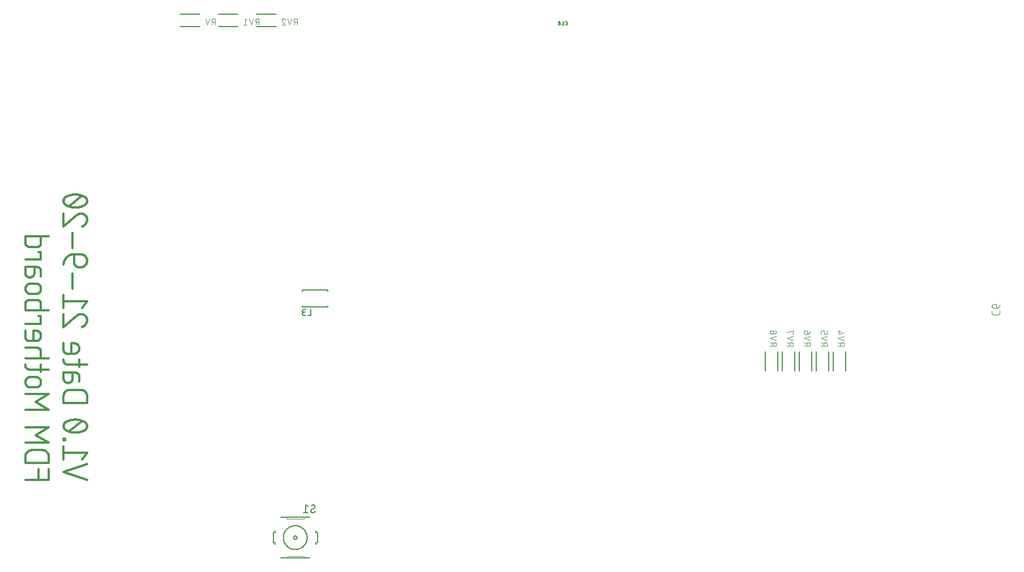
<source format=gbr>
G04 EAGLE Gerber RS-274X export*
G75*
%MOMM*%
%FSLAX34Y34*%
%LPD*%
%INSilkscreen Bottom*%
%IPPOS*%
%AMOC8*
5,1,8,0,0,1.08239X$1,22.5*%
G01*
%ADD10C,0.304800*%
%ADD11C,0.127000*%
%ADD12C,0.101600*%
%ADD13C,0.177800*%
%ADD14C,0.150000*%
%ADD15C,0.076200*%
%ADD16C,0.152400*%
%ADD17C,0.050800*%


D10*
X157226Y153924D02*
X122174Y165608D01*
X157226Y177292D01*
X149437Y184446D02*
X157226Y194183D01*
X122174Y194183D01*
X122174Y184446D02*
X122174Y203920D01*
X122174Y213212D02*
X124121Y213212D01*
X124121Y215159D01*
X122174Y215159D01*
X122174Y213212D01*
X139700Y224452D02*
X140390Y224460D01*
X141079Y224485D01*
X141767Y224526D01*
X142454Y224584D01*
X143140Y224658D01*
X143823Y224748D01*
X144505Y224854D01*
X145183Y224977D01*
X145859Y225116D01*
X146531Y225271D01*
X147199Y225442D01*
X147862Y225629D01*
X148521Y225832D01*
X149176Y226050D01*
X149824Y226284D01*
X150467Y226534D01*
X151104Y226798D01*
X151734Y227078D01*
X152358Y227373D01*
X152358Y227372D02*
X152523Y227431D01*
X152686Y227494D01*
X152848Y227561D01*
X153009Y227632D01*
X153167Y227706D01*
X153324Y227785D01*
X153479Y227867D01*
X153632Y227953D01*
X153782Y228043D01*
X153930Y228136D01*
X154076Y228233D01*
X154220Y228333D01*
X154361Y228437D01*
X154500Y228544D01*
X154636Y228655D01*
X154769Y228769D01*
X154899Y228886D01*
X155027Y229006D01*
X155151Y229129D01*
X155273Y229256D01*
X155391Y229385D01*
X155507Y229517D01*
X155619Y229652D01*
X155727Y229789D01*
X155833Y229929D01*
X155934Y230072D01*
X156033Y230217D01*
X156128Y230364D01*
X156219Y230514D01*
X156306Y230666D01*
X156390Y230820D01*
X156470Y230976D01*
X156546Y231133D01*
X156619Y231293D01*
X156687Y231454D01*
X156752Y231617D01*
X156812Y231782D01*
X156869Y231948D01*
X156921Y232115D01*
X156970Y232283D01*
X157014Y232453D01*
X157054Y232623D01*
X157090Y232795D01*
X157122Y232967D01*
X157149Y233140D01*
X157173Y233314D01*
X157192Y233488D01*
X157207Y233663D01*
X157217Y233838D01*
X157224Y234013D01*
X157226Y234188D01*
X157224Y234363D01*
X157217Y234538D01*
X157207Y234713D01*
X157192Y234888D01*
X157173Y235062D01*
X157149Y235236D01*
X157122Y235409D01*
X157090Y235581D01*
X157054Y235753D01*
X157014Y235923D01*
X156970Y236093D01*
X156921Y236261D01*
X156869Y236428D01*
X156812Y236594D01*
X156752Y236759D01*
X156687Y236922D01*
X156619Y237083D01*
X156546Y237243D01*
X156470Y237401D01*
X156390Y237556D01*
X156306Y237710D01*
X156219Y237862D01*
X156128Y238012D01*
X156033Y238159D01*
X155934Y238304D01*
X155833Y238447D01*
X155727Y238587D01*
X155619Y238724D01*
X155507Y238859D01*
X155391Y238991D01*
X155273Y239120D01*
X155151Y239247D01*
X155027Y239370D01*
X154899Y239490D01*
X154769Y239607D01*
X154636Y239721D01*
X154500Y239832D01*
X154361Y239939D01*
X154220Y240043D01*
X154076Y240143D01*
X153930Y240240D01*
X153782Y240333D01*
X153631Y240423D01*
X153479Y240509D01*
X153324Y240591D01*
X153167Y240670D01*
X153009Y240744D01*
X152848Y240815D01*
X152686Y240882D01*
X152523Y240945D01*
X152358Y241004D01*
X152358Y241003D02*
X151734Y241298D01*
X151104Y241578D01*
X150467Y241842D01*
X149824Y242092D01*
X149176Y242326D01*
X148521Y242544D01*
X147862Y242747D01*
X147199Y242934D01*
X146531Y243105D01*
X145859Y243260D01*
X145183Y243399D01*
X144505Y243522D01*
X143823Y243628D01*
X143140Y243718D01*
X142454Y243792D01*
X141767Y243850D01*
X141079Y243891D01*
X140390Y243916D01*
X139700Y243924D01*
X139700Y224451D02*
X139010Y224459D01*
X138321Y224484D01*
X137633Y224525D01*
X136946Y224583D01*
X136260Y224657D01*
X135576Y224747D01*
X134895Y224853D01*
X134217Y224976D01*
X133541Y225115D01*
X132869Y225270D01*
X132201Y225441D01*
X131537Y225628D01*
X130878Y225831D01*
X130224Y226049D01*
X129576Y226283D01*
X128933Y226533D01*
X128296Y226797D01*
X127666Y227077D01*
X127042Y227372D01*
X126877Y227431D01*
X126714Y227494D01*
X126552Y227561D01*
X126391Y227632D01*
X126233Y227706D01*
X126076Y227785D01*
X125921Y227867D01*
X125768Y227953D01*
X125618Y228043D01*
X125470Y228136D01*
X125323Y228233D01*
X125180Y228333D01*
X125039Y228437D01*
X124900Y228544D01*
X124764Y228655D01*
X124631Y228769D01*
X124501Y228886D01*
X124373Y229006D01*
X124249Y229129D01*
X124127Y229256D01*
X124009Y229385D01*
X123893Y229517D01*
X123781Y229652D01*
X123673Y229789D01*
X123567Y229929D01*
X123466Y230072D01*
X123367Y230217D01*
X123272Y230364D01*
X123181Y230514D01*
X123094Y230666D01*
X123010Y230820D01*
X122930Y230976D01*
X122854Y231133D01*
X122781Y231293D01*
X122713Y231454D01*
X122648Y231617D01*
X122588Y231782D01*
X122531Y231948D01*
X122479Y232115D01*
X122430Y232283D01*
X122386Y232453D01*
X122346Y232623D01*
X122310Y232795D01*
X122278Y232967D01*
X122251Y233140D01*
X122227Y233314D01*
X122208Y233488D01*
X122193Y233663D01*
X122183Y233838D01*
X122176Y234013D01*
X122174Y234188D01*
X127042Y241004D02*
X127666Y241299D01*
X128296Y241579D01*
X128933Y241843D01*
X129576Y242093D01*
X130224Y242327D01*
X130878Y242545D01*
X131537Y242748D01*
X132201Y242935D01*
X132869Y243106D01*
X133541Y243261D01*
X134217Y243400D01*
X134895Y243523D01*
X135576Y243629D01*
X136260Y243719D01*
X136946Y243793D01*
X137633Y243851D01*
X138321Y243892D01*
X139010Y243917D01*
X139700Y243925D01*
X127042Y241004D02*
X126877Y240945D01*
X126714Y240882D01*
X126552Y240815D01*
X126391Y240744D01*
X126233Y240670D01*
X126076Y240591D01*
X125921Y240509D01*
X125768Y240423D01*
X125618Y240333D01*
X125470Y240240D01*
X125324Y240143D01*
X125180Y240043D01*
X125039Y239939D01*
X124900Y239832D01*
X124764Y239721D01*
X124631Y239607D01*
X124501Y239490D01*
X124373Y239370D01*
X124249Y239247D01*
X124127Y239120D01*
X124009Y238991D01*
X123893Y238859D01*
X123781Y238724D01*
X123673Y238587D01*
X123567Y238447D01*
X123466Y238304D01*
X123367Y238159D01*
X123272Y238012D01*
X123181Y237862D01*
X123094Y237710D01*
X123010Y237556D01*
X122930Y237401D01*
X122854Y237243D01*
X122781Y237083D01*
X122713Y236922D01*
X122648Y236759D01*
X122588Y236594D01*
X122531Y236428D01*
X122479Y236261D01*
X122430Y236093D01*
X122386Y235923D01*
X122346Y235753D01*
X122310Y235581D01*
X122278Y235409D01*
X122251Y235236D01*
X122227Y235062D01*
X122208Y234888D01*
X122193Y234713D01*
X122183Y234538D01*
X122176Y234363D01*
X122174Y234188D01*
X129963Y226399D02*
X149437Y241977D01*
X157226Y269219D02*
X122174Y269219D01*
X157226Y269219D02*
X157226Y278956D01*
X157223Y279191D01*
X157215Y279426D01*
X157200Y279661D01*
X157181Y279896D01*
X157155Y280130D01*
X157124Y280363D01*
X157087Y280595D01*
X157045Y280827D01*
X156997Y281057D01*
X156943Y281286D01*
X156884Y281514D01*
X156819Y281740D01*
X156749Y281965D01*
X156674Y282188D01*
X156593Y282409D01*
X156507Y282628D01*
X156416Y282845D01*
X156319Y283059D01*
X156218Y283271D01*
X156111Y283481D01*
X155999Y283688D01*
X155882Y283892D01*
X155760Y284094D01*
X155634Y284292D01*
X155502Y284487D01*
X155366Y284679D01*
X155226Y284868D01*
X155081Y285053D01*
X154931Y285235D01*
X154777Y285413D01*
X154619Y285587D01*
X154457Y285757D01*
X154290Y285924D01*
X154120Y286086D01*
X153946Y286244D01*
X153768Y286398D01*
X153586Y286548D01*
X153401Y286693D01*
X153212Y286833D01*
X153020Y286969D01*
X152825Y287101D01*
X152627Y287227D01*
X152425Y287349D01*
X152221Y287466D01*
X152014Y287578D01*
X151804Y287685D01*
X151592Y287786D01*
X151378Y287883D01*
X151161Y287974D01*
X150942Y288060D01*
X150721Y288141D01*
X150498Y288216D01*
X150273Y288286D01*
X150047Y288351D01*
X149819Y288410D01*
X149590Y288464D01*
X149360Y288512D01*
X149128Y288554D01*
X148896Y288591D01*
X148663Y288622D01*
X148429Y288648D01*
X148194Y288667D01*
X147959Y288682D01*
X147724Y288690D01*
X147489Y288693D01*
X147489Y288692D02*
X131911Y288692D01*
X131911Y288693D02*
X131672Y288690D01*
X131433Y288681D01*
X131195Y288667D01*
X130957Y288646D01*
X130719Y288620D01*
X130482Y288588D01*
X130246Y288550D01*
X130011Y288506D01*
X129778Y288456D01*
X129545Y288401D01*
X129314Y288340D01*
X129085Y288274D01*
X128857Y288202D01*
X128631Y288124D01*
X128407Y288041D01*
X128185Y287952D01*
X127965Y287858D01*
X127748Y287758D01*
X127533Y287653D01*
X127321Y287543D01*
X127112Y287428D01*
X126905Y287308D01*
X126702Y287182D01*
X126501Y287052D01*
X126304Y286917D01*
X126111Y286777D01*
X125921Y286632D01*
X125734Y286483D01*
X125551Y286329D01*
X125372Y286171D01*
X125197Y286008D01*
X125026Y285841D01*
X124859Y285670D01*
X124696Y285495D01*
X124538Y285316D01*
X124384Y285133D01*
X124235Y284947D01*
X124090Y284756D01*
X123950Y284563D01*
X123815Y284366D01*
X123685Y284165D01*
X123559Y283962D01*
X123439Y283755D01*
X123324Y283546D01*
X123214Y283334D01*
X123109Y283119D01*
X123009Y282902D01*
X122915Y282682D01*
X122826Y282460D01*
X122743Y282236D01*
X122665Y282010D01*
X122593Y281783D01*
X122527Y281553D01*
X122466Y281322D01*
X122411Y281089D01*
X122361Y280856D01*
X122317Y280621D01*
X122279Y280385D01*
X122247Y280148D01*
X122221Y279910D01*
X122200Y279672D01*
X122186Y279434D01*
X122177Y279195D01*
X122174Y278956D01*
X122174Y269219D01*
X135805Y305629D02*
X135805Y314392D01*
X135806Y305629D02*
X135804Y305463D01*
X135798Y305297D01*
X135788Y305131D01*
X135774Y304966D01*
X135756Y304801D01*
X135733Y304637D01*
X135707Y304473D01*
X135677Y304309D01*
X135643Y304147D01*
X135605Y303985D01*
X135563Y303825D01*
X135517Y303665D01*
X135467Y303507D01*
X135414Y303350D01*
X135356Y303194D01*
X135295Y303040D01*
X135230Y302887D01*
X135162Y302736D01*
X135089Y302586D01*
X135013Y302439D01*
X134934Y302293D01*
X134851Y302149D01*
X134764Y302008D01*
X134675Y301868D01*
X134581Y301731D01*
X134485Y301596D01*
X134385Y301463D01*
X134282Y301333D01*
X134176Y301206D01*
X134066Y301081D01*
X133954Y300958D01*
X133839Y300839D01*
X133721Y300722D01*
X133600Y300608D01*
X133476Y300498D01*
X133350Y300390D01*
X133221Y300285D01*
X133090Y300184D01*
X132956Y300086D01*
X132820Y299991D01*
X132681Y299899D01*
X132541Y299811D01*
X132398Y299726D01*
X132253Y299645D01*
X132107Y299567D01*
X131958Y299493D01*
X131808Y299423D01*
X131656Y299356D01*
X131502Y299293D01*
X131347Y299234D01*
X131191Y299178D01*
X131033Y299126D01*
X130874Y299079D01*
X130714Y299035D01*
X130553Y298995D01*
X130391Y298959D01*
X130228Y298926D01*
X130064Y298898D01*
X129900Y298874D01*
X129735Y298854D01*
X129570Y298838D01*
X129405Y298826D01*
X129239Y298818D01*
X129073Y298814D01*
X128907Y298814D01*
X128741Y298818D01*
X128575Y298826D01*
X128410Y298838D01*
X128245Y298854D01*
X128080Y298874D01*
X127916Y298898D01*
X127752Y298926D01*
X127589Y298959D01*
X127427Y298995D01*
X127266Y299035D01*
X127106Y299079D01*
X126947Y299126D01*
X126789Y299178D01*
X126633Y299234D01*
X126478Y299293D01*
X126324Y299356D01*
X126172Y299423D01*
X126022Y299493D01*
X125873Y299567D01*
X125727Y299645D01*
X125582Y299726D01*
X125439Y299811D01*
X125299Y299899D01*
X125160Y299991D01*
X125024Y300086D01*
X124890Y300184D01*
X124759Y300285D01*
X124630Y300390D01*
X124504Y300498D01*
X124380Y300608D01*
X124259Y300722D01*
X124141Y300839D01*
X124026Y300958D01*
X123914Y301081D01*
X123804Y301206D01*
X123698Y301333D01*
X123595Y301463D01*
X123495Y301596D01*
X123399Y301731D01*
X123305Y301868D01*
X123216Y302008D01*
X123129Y302149D01*
X123046Y302293D01*
X122967Y302439D01*
X122891Y302586D01*
X122818Y302736D01*
X122750Y302887D01*
X122685Y303040D01*
X122624Y303194D01*
X122566Y303350D01*
X122513Y303507D01*
X122463Y303665D01*
X122417Y303825D01*
X122375Y303985D01*
X122337Y304147D01*
X122303Y304309D01*
X122273Y304473D01*
X122247Y304637D01*
X122224Y304801D01*
X122206Y304966D01*
X122192Y305131D01*
X122182Y305297D01*
X122176Y305463D01*
X122174Y305629D01*
X122174Y314392D01*
X139700Y314392D01*
X139850Y314390D01*
X140001Y314384D01*
X140151Y314375D01*
X140301Y314361D01*
X140450Y314344D01*
X140599Y314322D01*
X140747Y314297D01*
X140895Y314268D01*
X141042Y314236D01*
X141188Y314199D01*
X141333Y314159D01*
X141477Y314115D01*
X141619Y314068D01*
X141761Y314016D01*
X141901Y313962D01*
X142039Y313903D01*
X142177Y313841D01*
X142312Y313776D01*
X142446Y313707D01*
X142577Y313634D01*
X142707Y313558D01*
X142835Y313479D01*
X142961Y313397D01*
X143085Y313311D01*
X143206Y313223D01*
X143326Y313131D01*
X143442Y313036D01*
X143557Y312938D01*
X143668Y312837D01*
X143777Y312734D01*
X143884Y312627D01*
X143987Y312518D01*
X144088Y312407D01*
X144186Y312292D01*
X144281Y312176D01*
X144373Y312056D01*
X144461Y311935D01*
X144547Y311811D01*
X144629Y311685D01*
X144708Y311557D01*
X144784Y311427D01*
X144857Y311296D01*
X144926Y311162D01*
X144991Y311027D01*
X145053Y310889D01*
X145112Y310751D01*
X145166Y310611D01*
X145218Y310469D01*
X145265Y310327D01*
X145309Y310183D01*
X145349Y310038D01*
X145386Y309892D01*
X145418Y309745D01*
X145447Y309597D01*
X145472Y309449D01*
X145494Y309300D01*
X145511Y309151D01*
X145525Y309001D01*
X145534Y308851D01*
X145540Y308700D01*
X145542Y308550D01*
X145542Y300760D01*
X145542Y322686D02*
X145542Y334370D01*
X157226Y326580D02*
X128016Y326580D01*
X127866Y326582D01*
X127715Y326588D01*
X127565Y326597D01*
X127415Y326611D01*
X127266Y326628D01*
X127117Y326650D01*
X126969Y326675D01*
X126821Y326704D01*
X126674Y326736D01*
X126528Y326773D01*
X126383Y326813D01*
X126239Y326857D01*
X126097Y326904D01*
X125955Y326956D01*
X125815Y327010D01*
X125677Y327069D01*
X125539Y327131D01*
X125404Y327196D01*
X125270Y327265D01*
X125139Y327338D01*
X125009Y327414D01*
X124881Y327493D01*
X124755Y327575D01*
X124631Y327661D01*
X124510Y327749D01*
X124390Y327841D01*
X124274Y327936D01*
X124159Y328034D01*
X124048Y328135D01*
X123939Y328238D01*
X123832Y328345D01*
X123729Y328454D01*
X123628Y328565D01*
X123530Y328680D01*
X123435Y328796D01*
X123343Y328916D01*
X123255Y329037D01*
X123169Y329161D01*
X123087Y329287D01*
X123008Y329415D01*
X122932Y329545D01*
X122859Y329676D01*
X122790Y329810D01*
X122725Y329945D01*
X122663Y330083D01*
X122604Y330221D01*
X122550Y330361D01*
X122498Y330503D01*
X122451Y330645D01*
X122407Y330789D01*
X122367Y330934D01*
X122330Y331080D01*
X122298Y331227D01*
X122269Y331375D01*
X122244Y331523D01*
X122222Y331672D01*
X122205Y331821D01*
X122191Y331971D01*
X122182Y332121D01*
X122176Y332272D01*
X122174Y332422D01*
X122174Y334370D01*
X122174Y348446D02*
X122174Y358182D01*
X122174Y348446D02*
X122176Y348296D01*
X122182Y348145D01*
X122191Y347995D01*
X122205Y347845D01*
X122222Y347696D01*
X122244Y347547D01*
X122269Y347399D01*
X122298Y347251D01*
X122330Y347104D01*
X122367Y346958D01*
X122407Y346813D01*
X122451Y346669D01*
X122498Y346527D01*
X122550Y346385D01*
X122604Y346245D01*
X122663Y346107D01*
X122725Y345969D01*
X122790Y345834D01*
X122859Y345700D01*
X122932Y345569D01*
X123008Y345439D01*
X123087Y345311D01*
X123169Y345185D01*
X123255Y345061D01*
X123343Y344940D01*
X123435Y344820D01*
X123530Y344704D01*
X123628Y344589D01*
X123729Y344478D01*
X123832Y344369D01*
X123939Y344262D01*
X124048Y344159D01*
X124159Y344058D01*
X124274Y343960D01*
X124390Y343865D01*
X124510Y343773D01*
X124631Y343685D01*
X124755Y343599D01*
X124881Y343517D01*
X125009Y343438D01*
X125139Y343362D01*
X125270Y343289D01*
X125404Y343220D01*
X125539Y343155D01*
X125677Y343093D01*
X125815Y343034D01*
X125955Y342980D01*
X126097Y342928D01*
X126239Y342881D01*
X126383Y342837D01*
X126528Y342797D01*
X126674Y342760D01*
X126821Y342728D01*
X126969Y342699D01*
X127117Y342674D01*
X127266Y342652D01*
X127415Y342635D01*
X127565Y342621D01*
X127715Y342612D01*
X127866Y342606D01*
X128016Y342604D01*
X137753Y342604D01*
X137943Y342606D01*
X138132Y342613D01*
X138322Y342625D01*
X138511Y342641D01*
X138699Y342662D01*
X138887Y342687D01*
X139074Y342717D01*
X139261Y342751D01*
X139447Y342790D01*
X139631Y342834D01*
X139815Y342882D01*
X139997Y342934D01*
X140178Y342991D01*
X140357Y343052D01*
X140535Y343118D01*
X140712Y343188D01*
X140886Y343262D01*
X141059Y343340D01*
X141230Y343423D01*
X141399Y343510D01*
X141565Y343601D01*
X141729Y343695D01*
X141891Y343794D01*
X142051Y343897D01*
X142208Y344004D01*
X142362Y344114D01*
X142513Y344228D01*
X142662Y344346D01*
X142808Y344467D01*
X142951Y344592D01*
X143090Y344720D01*
X143227Y344852D01*
X143360Y344987D01*
X143490Y345125D01*
X143617Y345266D01*
X143740Y345411D01*
X143860Y345558D01*
X143975Y345708D01*
X144088Y345861D01*
X144196Y346017D01*
X144301Y346175D01*
X144402Y346335D01*
X144498Y346499D01*
X144591Y346664D01*
X144680Y346832D01*
X144765Y347001D01*
X144845Y347173D01*
X144922Y347347D01*
X144994Y347522D01*
X145061Y347699D01*
X145125Y347878D01*
X145184Y348058D01*
X145239Y348240D01*
X145289Y348423D01*
X145334Y348607D01*
X145376Y348792D01*
X145412Y348978D01*
X145445Y349165D01*
X145472Y349353D01*
X145495Y349541D01*
X145514Y349730D01*
X145528Y349919D01*
X145537Y350109D01*
X145541Y350298D01*
X145541Y350488D01*
X145537Y350677D01*
X145528Y350867D01*
X145514Y351056D01*
X145495Y351245D01*
X145472Y351433D01*
X145445Y351621D01*
X145412Y351808D01*
X145376Y351994D01*
X145334Y352179D01*
X145289Y352363D01*
X145239Y352546D01*
X145184Y352728D01*
X145125Y352908D01*
X145061Y353087D01*
X144994Y353264D01*
X144922Y353439D01*
X144845Y353613D01*
X144765Y353785D01*
X144680Y353954D01*
X144591Y354122D01*
X144498Y354288D01*
X144402Y354451D01*
X144301Y354611D01*
X144196Y354769D01*
X144088Y354925D01*
X143975Y355078D01*
X143860Y355228D01*
X143740Y355375D01*
X143617Y355520D01*
X143490Y355661D01*
X143360Y355799D01*
X143227Y355934D01*
X143090Y356066D01*
X142951Y356194D01*
X142808Y356319D01*
X142662Y356440D01*
X142513Y356558D01*
X142362Y356672D01*
X142208Y356782D01*
X142051Y356889D01*
X141891Y356992D01*
X141729Y357091D01*
X141565Y357185D01*
X141399Y357276D01*
X141230Y357363D01*
X141059Y357446D01*
X140886Y357524D01*
X140712Y357598D01*
X140535Y357668D01*
X140357Y357734D01*
X140178Y357795D01*
X139997Y357852D01*
X139815Y357904D01*
X139631Y357952D01*
X139447Y357996D01*
X139261Y358035D01*
X139074Y358069D01*
X138887Y358099D01*
X138699Y358124D01*
X138511Y358145D01*
X138322Y358161D01*
X138132Y358173D01*
X137943Y358180D01*
X137753Y358182D01*
X133858Y358182D01*
X133858Y342604D01*
X157226Y393277D02*
X157223Y393489D01*
X157216Y393700D01*
X157203Y393912D01*
X157185Y394123D01*
X157162Y394333D01*
X157134Y394543D01*
X157101Y394752D01*
X157063Y394961D01*
X157020Y395168D01*
X156971Y395374D01*
X156918Y395579D01*
X156860Y395783D01*
X156797Y395985D01*
X156729Y396186D01*
X156657Y396384D01*
X156579Y396581D01*
X156497Y396777D01*
X156410Y396970D01*
X156318Y397161D01*
X156222Y397349D01*
X156122Y397536D01*
X156016Y397719D01*
X155907Y397901D01*
X155793Y398079D01*
X155675Y398255D01*
X155552Y398428D01*
X155426Y398598D01*
X155295Y398764D01*
X155161Y398928D01*
X155022Y399088D01*
X154880Y399245D01*
X154734Y399398D01*
X154584Y399548D01*
X154431Y399694D01*
X154274Y399836D01*
X154114Y399975D01*
X153950Y400109D01*
X153784Y400240D01*
X153614Y400366D01*
X153441Y400489D01*
X153265Y400607D01*
X153087Y400721D01*
X152905Y400830D01*
X152722Y400936D01*
X152535Y401036D01*
X152347Y401132D01*
X152156Y401224D01*
X151963Y401311D01*
X151767Y401393D01*
X151570Y401471D01*
X151372Y401543D01*
X151171Y401611D01*
X150969Y401674D01*
X150765Y401732D01*
X150560Y401785D01*
X150354Y401834D01*
X150147Y401877D01*
X149938Y401915D01*
X149729Y401948D01*
X149519Y401976D01*
X149309Y401999D01*
X149098Y402017D01*
X148886Y402030D01*
X148675Y402037D01*
X148463Y402040D01*
X157226Y393277D02*
X157223Y393005D01*
X157213Y392733D01*
X157196Y392461D01*
X157173Y392190D01*
X157144Y391919D01*
X157108Y391649D01*
X157065Y391380D01*
X157016Y391112D01*
X156960Y390846D01*
X156898Y390581D01*
X156830Y390317D01*
X156755Y390055D01*
X156674Y389796D01*
X156587Y389538D01*
X156493Y389282D01*
X156394Y389029D01*
X156288Y388778D01*
X156176Y388529D01*
X156058Y388284D01*
X155935Y388041D01*
X155805Y387802D01*
X155670Y387566D01*
X155529Y387333D01*
X155382Y387103D01*
X155230Y386877D01*
X155073Y386655D01*
X154910Y386437D01*
X154742Y386223D01*
X154569Y386013D01*
X154391Y385807D01*
X154208Y385605D01*
X154020Y385408D01*
X153827Y385216D01*
X153630Y385028D01*
X153428Y384845D01*
X153222Y384668D01*
X153012Y384495D01*
X152797Y384327D01*
X152579Y384164D01*
X152356Y384007D01*
X152130Y383855D01*
X151901Y383709D01*
X151668Y383568D01*
X151431Y383433D01*
X151192Y383304D01*
X150949Y383181D01*
X150703Y383063D01*
X150455Y382952D01*
X150204Y382846D01*
X149950Y382747D01*
X149695Y382654D01*
X149437Y382567D01*
X141647Y399118D02*
X141809Y399283D01*
X141974Y399445D01*
X142143Y399602D01*
X142316Y399755D01*
X142493Y399903D01*
X142673Y400048D01*
X142857Y400187D01*
X143044Y400323D01*
X143235Y400453D01*
X143428Y400579D01*
X143625Y400700D01*
X143825Y400817D01*
X144027Y400928D01*
X144232Y401034D01*
X144440Y401136D01*
X144650Y401232D01*
X144862Y401323D01*
X145076Y401409D01*
X145293Y401489D01*
X145511Y401564D01*
X145731Y401634D01*
X145953Y401698D01*
X146177Y401757D01*
X146401Y401810D01*
X146627Y401858D01*
X146854Y401900D01*
X147082Y401937D01*
X147311Y401968D01*
X147541Y401994D01*
X147771Y402014D01*
X148001Y402028D01*
X148232Y402036D01*
X148463Y402039D01*
X141647Y399119D02*
X122174Y382566D01*
X122174Y402040D01*
X149437Y411141D02*
X157226Y420878D01*
X122174Y420878D01*
X122174Y411141D02*
X122174Y430615D01*
X135805Y439674D02*
X135805Y463042D01*
X137753Y479891D02*
X137753Y491575D01*
X137753Y479891D02*
X137755Y479703D01*
X137762Y479515D01*
X137773Y479327D01*
X137789Y479139D01*
X137810Y478952D01*
X137835Y478766D01*
X137864Y478580D01*
X137898Y478395D01*
X137937Y478210D01*
X137979Y478027D01*
X138027Y477845D01*
X138078Y477664D01*
X138134Y477484D01*
X138195Y477306D01*
X138259Y477129D01*
X138328Y476954D01*
X138401Y476780D01*
X138478Y476609D01*
X138560Y476439D01*
X138645Y476271D01*
X138735Y476106D01*
X138828Y475942D01*
X138926Y475781D01*
X139027Y475623D01*
X139132Y475466D01*
X139241Y475313D01*
X139353Y475162D01*
X139469Y475014D01*
X139589Y474868D01*
X139712Y474726D01*
X139838Y474587D01*
X139968Y474450D01*
X140101Y474317D01*
X140238Y474187D01*
X140377Y474061D01*
X140519Y473938D01*
X140665Y473818D01*
X140813Y473702D01*
X140964Y473590D01*
X141117Y473481D01*
X141274Y473376D01*
X141432Y473274D01*
X141593Y473177D01*
X141757Y473084D01*
X141922Y472994D01*
X142090Y472909D01*
X142260Y472827D01*
X142431Y472750D01*
X142605Y472677D01*
X142780Y472608D01*
X142957Y472544D01*
X143135Y472483D01*
X143315Y472427D01*
X143496Y472376D01*
X143678Y472328D01*
X143861Y472285D01*
X144046Y472247D01*
X144231Y472213D01*
X144417Y472184D01*
X144603Y472159D01*
X144790Y472138D01*
X144978Y472122D01*
X145166Y472111D01*
X145354Y472104D01*
X145542Y472102D01*
X145542Y472101D02*
X147489Y472101D01*
X147726Y472104D01*
X147963Y472113D01*
X148200Y472127D01*
X148436Y472147D01*
X148672Y472173D01*
X148907Y472205D01*
X149141Y472242D01*
X149374Y472285D01*
X149606Y472334D01*
X149837Y472388D01*
X150066Y472448D01*
X150294Y472514D01*
X150520Y472585D01*
X150745Y472661D01*
X150967Y472743D01*
X151188Y472831D01*
X151406Y472924D01*
X151622Y473022D01*
X151835Y473125D01*
X152046Y473233D01*
X152254Y473347D01*
X152460Y473465D01*
X152662Y473589D01*
X152862Y473717D01*
X153058Y473851D01*
X153251Y473989D01*
X153440Y474131D01*
X153626Y474278D01*
X153808Y474430D01*
X153987Y474586D01*
X154161Y474747D01*
X154332Y474911D01*
X154499Y475080D01*
X154661Y475252D01*
X154819Y475429D01*
X154973Y475610D01*
X155123Y475794D01*
X155268Y475981D01*
X155408Y476172D01*
X155544Y476367D01*
X155674Y476565D01*
X155800Y476766D01*
X155921Y476970D01*
X156038Y477176D01*
X156149Y477386D01*
X156254Y477598D01*
X156355Y477813D01*
X156450Y478030D01*
X156540Y478249D01*
X156625Y478471D01*
X156704Y478694D01*
X156778Y478919D01*
X156847Y479147D01*
X156909Y479375D01*
X156967Y479605D01*
X157018Y479837D01*
X157064Y480069D01*
X157104Y480303D01*
X157139Y480538D01*
X157168Y480773D01*
X157191Y481009D01*
X157208Y481246D01*
X157220Y481482D01*
X157225Y481719D01*
X157225Y481957D01*
X157220Y482194D01*
X157208Y482430D01*
X157191Y482667D01*
X157168Y482903D01*
X157139Y483138D01*
X157104Y483373D01*
X157064Y483607D01*
X157018Y483839D01*
X156967Y484071D01*
X156909Y484301D01*
X156847Y484529D01*
X156778Y484757D01*
X156704Y484982D01*
X156625Y485205D01*
X156540Y485427D01*
X156450Y485646D01*
X156355Y485863D01*
X156254Y486078D01*
X156149Y486290D01*
X156038Y486500D01*
X155921Y486707D01*
X155800Y486910D01*
X155674Y487111D01*
X155544Y487309D01*
X155408Y487504D01*
X155268Y487695D01*
X155123Y487882D01*
X154973Y488066D01*
X154819Y488247D01*
X154661Y488424D01*
X154499Y488596D01*
X154332Y488765D01*
X154161Y488929D01*
X153987Y489090D01*
X153808Y489246D01*
X153626Y489398D01*
X153440Y489545D01*
X153251Y489687D01*
X153058Y489825D01*
X152862Y489959D01*
X152662Y490087D01*
X152460Y490211D01*
X152254Y490329D01*
X152046Y490443D01*
X151835Y490551D01*
X151622Y490654D01*
X151406Y490752D01*
X151188Y490845D01*
X150967Y490933D01*
X150745Y491015D01*
X150520Y491091D01*
X150294Y491162D01*
X150066Y491228D01*
X149837Y491288D01*
X149606Y491342D01*
X149374Y491391D01*
X149141Y491434D01*
X148907Y491471D01*
X148672Y491503D01*
X148436Y491529D01*
X148200Y491549D01*
X147963Y491563D01*
X147726Y491572D01*
X147489Y491575D01*
X137753Y491575D01*
X137371Y491570D01*
X136989Y491556D01*
X136607Y491533D01*
X136226Y491500D01*
X135846Y491458D01*
X135467Y491406D01*
X135090Y491346D01*
X134714Y491276D01*
X134340Y491196D01*
X133968Y491108D01*
X133598Y491011D01*
X133231Y490904D01*
X132866Y490789D01*
X132505Y490664D01*
X132146Y490531D01*
X131791Y490389D01*
X131440Y490238D01*
X131092Y490079D01*
X130749Y489912D01*
X130409Y489735D01*
X130074Y489551D01*
X129744Y489359D01*
X129418Y489158D01*
X129098Y488949D01*
X128782Y488733D01*
X128473Y488509D01*
X128168Y488278D01*
X127870Y488039D01*
X127577Y487793D01*
X127291Y487539D01*
X127011Y487279D01*
X126737Y487012D01*
X126470Y486738D01*
X126210Y486458D01*
X125956Y486172D01*
X125710Y485879D01*
X125471Y485581D01*
X125240Y485276D01*
X125016Y484967D01*
X124800Y484651D01*
X124591Y484331D01*
X124390Y484005D01*
X124198Y483675D01*
X124014Y483340D01*
X123837Y483001D01*
X123670Y482657D01*
X123511Y482309D01*
X123360Y481958D01*
X123218Y481603D01*
X123085Y481244D01*
X122960Y480883D01*
X122845Y480518D01*
X122738Y480151D01*
X122641Y479781D01*
X122553Y479409D01*
X122473Y479035D01*
X122403Y478659D01*
X122343Y478282D01*
X122291Y477903D01*
X122249Y477523D01*
X122216Y477142D01*
X122193Y476760D01*
X122179Y476378D01*
X122174Y475996D01*
X135805Y500634D02*
X135805Y524002D01*
X157226Y543772D02*
X157223Y543984D01*
X157216Y544195D01*
X157203Y544407D01*
X157185Y544618D01*
X157162Y544828D01*
X157134Y545038D01*
X157101Y545247D01*
X157063Y545456D01*
X157020Y545663D01*
X156971Y545869D01*
X156918Y546074D01*
X156860Y546278D01*
X156797Y546480D01*
X156729Y546681D01*
X156657Y546879D01*
X156579Y547076D01*
X156497Y547272D01*
X156410Y547465D01*
X156318Y547656D01*
X156222Y547844D01*
X156122Y548031D01*
X156016Y548214D01*
X155907Y548396D01*
X155793Y548574D01*
X155675Y548750D01*
X155552Y548923D01*
X155426Y549093D01*
X155295Y549259D01*
X155161Y549423D01*
X155022Y549583D01*
X154880Y549740D01*
X154734Y549893D01*
X154584Y550043D01*
X154431Y550189D01*
X154274Y550331D01*
X154114Y550470D01*
X153950Y550604D01*
X153784Y550735D01*
X153614Y550861D01*
X153441Y550984D01*
X153265Y551102D01*
X153087Y551216D01*
X152905Y551325D01*
X152722Y551431D01*
X152535Y551531D01*
X152347Y551627D01*
X152156Y551719D01*
X151963Y551806D01*
X151767Y551888D01*
X151570Y551966D01*
X151372Y552038D01*
X151171Y552106D01*
X150969Y552169D01*
X150765Y552227D01*
X150560Y552280D01*
X150354Y552329D01*
X150147Y552372D01*
X149938Y552410D01*
X149729Y552443D01*
X149519Y552471D01*
X149309Y552494D01*
X149098Y552512D01*
X148886Y552525D01*
X148675Y552532D01*
X148463Y552535D01*
X157226Y543772D02*
X157223Y543500D01*
X157213Y543228D01*
X157196Y542956D01*
X157173Y542685D01*
X157144Y542414D01*
X157108Y542144D01*
X157065Y541875D01*
X157016Y541607D01*
X156960Y541341D01*
X156898Y541076D01*
X156830Y540812D01*
X156755Y540550D01*
X156674Y540291D01*
X156587Y540033D01*
X156493Y539777D01*
X156394Y539524D01*
X156288Y539273D01*
X156176Y539024D01*
X156058Y538779D01*
X155935Y538536D01*
X155805Y538297D01*
X155670Y538061D01*
X155529Y537828D01*
X155382Y537598D01*
X155230Y537372D01*
X155073Y537150D01*
X154910Y536932D01*
X154742Y536718D01*
X154569Y536508D01*
X154391Y536302D01*
X154208Y536100D01*
X154020Y535903D01*
X153827Y535711D01*
X153630Y535523D01*
X153428Y535340D01*
X153222Y535163D01*
X153012Y534990D01*
X152797Y534822D01*
X152579Y534659D01*
X152356Y534502D01*
X152130Y534350D01*
X151901Y534204D01*
X151668Y534063D01*
X151431Y533928D01*
X151192Y533799D01*
X150949Y533676D01*
X150703Y533558D01*
X150455Y533447D01*
X150204Y533341D01*
X149950Y533242D01*
X149695Y533149D01*
X149437Y533062D01*
X141647Y549613D02*
X141809Y549778D01*
X141974Y549940D01*
X142143Y550097D01*
X142316Y550250D01*
X142493Y550398D01*
X142673Y550543D01*
X142857Y550682D01*
X143044Y550818D01*
X143235Y550948D01*
X143428Y551074D01*
X143625Y551195D01*
X143825Y551312D01*
X144027Y551423D01*
X144232Y551529D01*
X144440Y551631D01*
X144650Y551727D01*
X144862Y551818D01*
X145076Y551904D01*
X145293Y551984D01*
X145511Y552059D01*
X145731Y552129D01*
X145953Y552193D01*
X146177Y552252D01*
X146401Y552305D01*
X146627Y552353D01*
X146854Y552395D01*
X147082Y552432D01*
X147311Y552463D01*
X147541Y552489D01*
X147771Y552509D01*
X148001Y552523D01*
X148232Y552531D01*
X148463Y552534D01*
X141647Y549614D02*
X122174Y533061D01*
X122174Y552535D01*
X139700Y561637D02*
X140390Y561645D01*
X141079Y561670D01*
X141767Y561711D01*
X142454Y561769D01*
X143140Y561843D01*
X143823Y561933D01*
X144505Y562039D01*
X145183Y562162D01*
X145859Y562301D01*
X146531Y562456D01*
X147199Y562627D01*
X147862Y562814D01*
X148521Y563017D01*
X149176Y563235D01*
X149824Y563469D01*
X150467Y563719D01*
X151104Y563983D01*
X151734Y564263D01*
X152358Y564558D01*
X152358Y564557D02*
X152523Y564616D01*
X152686Y564679D01*
X152848Y564746D01*
X153009Y564817D01*
X153167Y564891D01*
X153324Y564970D01*
X153479Y565052D01*
X153632Y565138D01*
X153782Y565228D01*
X153930Y565321D01*
X154076Y565418D01*
X154220Y565518D01*
X154361Y565622D01*
X154500Y565729D01*
X154636Y565840D01*
X154769Y565954D01*
X154899Y566071D01*
X155027Y566191D01*
X155151Y566314D01*
X155273Y566441D01*
X155391Y566570D01*
X155507Y566702D01*
X155619Y566837D01*
X155727Y566974D01*
X155833Y567114D01*
X155934Y567257D01*
X156033Y567402D01*
X156128Y567549D01*
X156219Y567699D01*
X156306Y567851D01*
X156390Y568005D01*
X156470Y568161D01*
X156546Y568318D01*
X156619Y568478D01*
X156687Y568639D01*
X156752Y568802D01*
X156812Y568967D01*
X156869Y569133D01*
X156921Y569300D01*
X156970Y569468D01*
X157014Y569638D01*
X157054Y569808D01*
X157090Y569980D01*
X157122Y570152D01*
X157149Y570325D01*
X157173Y570499D01*
X157192Y570673D01*
X157207Y570848D01*
X157217Y571023D01*
X157224Y571198D01*
X157226Y571373D01*
X157224Y571548D01*
X157217Y571723D01*
X157207Y571898D01*
X157192Y572073D01*
X157173Y572247D01*
X157149Y572421D01*
X157122Y572594D01*
X157090Y572766D01*
X157054Y572938D01*
X157014Y573108D01*
X156970Y573278D01*
X156921Y573446D01*
X156869Y573613D01*
X156812Y573779D01*
X156752Y573944D01*
X156687Y574107D01*
X156619Y574268D01*
X156546Y574428D01*
X156470Y574586D01*
X156390Y574741D01*
X156306Y574895D01*
X156219Y575047D01*
X156128Y575197D01*
X156033Y575344D01*
X155934Y575489D01*
X155833Y575632D01*
X155727Y575772D01*
X155619Y575909D01*
X155507Y576044D01*
X155391Y576176D01*
X155273Y576305D01*
X155151Y576432D01*
X155027Y576555D01*
X154899Y576675D01*
X154769Y576792D01*
X154636Y576906D01*
X154500Y577017D01*
X154361Y577124D01*
X154220Y577228D01*
X154076Y577328D01*
X153930Y577425D01*
X153782Y577518D01*
X153631Y577608D01*
X153479Y577694D01*
X153324Y577776D01*
X153167Y577855D01*
X153009Y577929D01*
X152848Y578000D01*
X152686Y578067D01*
X152523Y578130D01*
X152358Y578189D01*
X152358Y578188D02*
X151734Y578483D01*
X151104Y578763D01*
X150467Y579027D01*
X149824Y579277D01*
X149176Y579511D01*
X148521Y579729D01*
X147862Y579932D01*
X147199Y580119D01*
X146531Y580290D01*
X145859Y580445D01*
X145183Y580584D01*
X144505Y580707D01*
X143823Y580813D01*
X143140Y580903D01*
X142454Y580977D01*
X141767Y581035D01*
X141079Y581076D01*
X140390Y581101D01*
X139700Y581109D01*
X139700Y561636D02*
X139010Y561644D01*
X138321Y561669D01*
X137633Y561710D01*
X136946Y561768D01*
X136260Y561842D01*
X135576Y561932D01*
X134895Y562038D01*
X134217Y562161D01*
X133541Y562300D01*
X132869Y562455D01*
X132201Y562626D01*
X131537Y562813D01*
X130878Y563016D01*
X130224Y563234D01*
X129576Y563468D01*
X128933Y563718D01*
X128296Y563982D01*
X127666Y564262D01*
X127042Y564557D01*
X126877Y564616D01*
X126714Y564679D01*
X126552Y564746D01*
X126391Y564817D01*
X126233Y564891D01*
X126076Y564970D01*
X125921Y565052D01*
X125768Y565138D01*
X125618Y565228D01*
X125470Y565321D01*
X125323Y565418D01*
X125180Y565518D01*
X125039Y565622D01*
X124900Y565729D01*
X124764Y565840D01*
X124631Y565954D01*
X124501Y566071D01*
X124373Y566191D01*
X124249Y566314D01*
X124127Y566441D01*
X124009Y566570D01*
X123893Y566702D01*
X123781Y566837D01*
X123673Y566974D01*
X123567Y567114D01*
X123466Y567257D01*
X123367Y567402D01*
X123272Y567549D01*
X123181Y567699D01*
X123094Y567851D01*
X123010Y568005D01*
X122930Y568161D01*
X122854Y568318D01*
X122781Y568478D01*
X122713Y568639D01*
X122648Y568802D01*
X122588Y568967D01*
X122531Y569133D01*
X122479Y569300D01*
X122430Y569468D01*
X122386Y569638D01*
X122346Y569808D01*
X122310Y569980D01*
X122278Y570152D01*
X122251Y570325D01*
X122227Y570499D01*
X122208Y570673D01*
X122193Y570848D01*
X122183Y571023D01*
X122176Y571198D01*
X122174Y571373D01*
X127042Y578189D02*
X127666Y578484D01*
X128296Y578764D01*
X128933Y579028D01*
X129576Y579278D01*
X130224Y579512D01*
X130878Y579730D01*
X131537Y579933D01*
X132201Y580120D01*
X132869Y580291D01*
X133541Y580446D01*
X134217Y580585D01*
X134895Y580708D01*
X135576Y580814D01*
X136260Y580904D01*
X136946Y580978D01*
X137633Y581036D01*
X138321Y581077D01*
X139010Y581102D01*
X139700Y581110D01*
X127042Y578189D02*
X126877Y578130D01*
X126714Y578067D01*
X126552Y578000D01*
X126391Y577929D01*
X126233Y577855D01*
X126076Y577776D01*
X125921Y577694D01*
X125768Y577608D01*
X125618Y577518D01*
X125470Y577425D01*
X125324Y577328D01*
X125180Y577228D01*
X125039Y577124D01*
X124900Y577017D01*
X124764Y576906D01*
X124631Y576792D01*
X124501Y576675D01*
X124373Y576555D01*
X124249Y576432D01*
X124127Y576305D01*
X124009Y576176D01*
X123893Y576044D01*
X123781Y575909D01*
X123673Y575772D01*
X123567Y575632D01*
X123466Y575489D01*
X123367Y575344D01*
X123272Y575197D01*
X123181Y575047D01*
X123094Y574895D01*
X123010Y574741D01*
X122930Y574586D01*
X122854Y574428D01*
X122781Y574268D01*
X122713Y574107D01*
X122648Y573944D01*
X122588Y573779D01*
X122531Y573613D01*
X122479Y573446D01*
X122430Y573278D01*
X122386Y573108D01*
X122346Y572938D01*
X122310Y572766D01*
X122278Y572594D01*
X122251Y572421D01*
X122227Y572247D01*
X122208Y572073D01*
X122193Y571898D01*
X122183Y571723D01*
X122176Y571548D01*
X122174Y571373D01*
X129963Y563584D02*
X149437Y579162D01*
X100076Y153924D02*
X65024Y153924D01*
X100076Y153924D02*
X100076Y169503D01*
X84497Y169503D02*
X84497Y153924D01*
X100076Y178703D02*
X65024Y178703D01*
X100076Y178703D02*
X100076Y188440D01*
X100073Y188675D01*
X100065Y188910D01*
X100050Y189145D01*
X100031Y189380D01*
X100005Y189614D01*
X99974Y189847D01*
X99937Y190079D01*
X99895Y190311D01*
X99847Y190541D01*
X99793Y190770D01*
X99734Y190998D01*
X99669Y191224D01*
X99599Y191449D01*
X99524Y191672D01*
X99443Y191893D01*
X99357Y192112D01*
X99266Y192329D01*
X99169Y192543D01*
X99068Y192755D01*
X98961Y192965D01*
X98849Y193172D01*
X98732Y193376D01*
X98610Y193578D01*
X98484Y193776D01*
X98352Y193971D01*
X98216Y194163D01*
X98076Y194352D01*
X97931Y194537D01*
X97781Y194719D01*
X97627Y194897D01*
X97469Y195071D01*
X97307Y195241D01*
X97140Y195408D01*
X96970Y195570D01*
X96796Y195728D01*
X96618Y195882D01*
X96436Y196032D01*
X96251Y196177D01*
X96062Y196317D01*
X95870Y196453D01*
X95675Y196585D01*
X95477Y196711D01*
X95275Y196833D01*
X95071Y196950D01*
X94864Y197062D01*
X94654Y197169D01*
X94442Y197270D01*
X94228Y197367D01*
X94011Y197458D01*
X93792Y197544D01*
X93571Y197625D01*
X93348Y197700D01*
X93123Y197770D01*
X92897Y197835D01*
X92669Y197894D01*
X92440Y197948D01*
X92210Y197996D01*
X91978Y198038D01*
X91746Y198075D01*
X91513Y198106D01*
X91279Y198132D01*
X91044Y198151D01*
X90809Y198166D01*
X90574Y198174D01*
X90339Y198177D01*
X90339Y198176D02*
X74761Y198176D01*
X74761Y198177D02*
X74522Y198174D01*
X74283Y198165D01*
X74045Y198151D01*
X73807Y198130D01*
X73569Y198104D01*
X73332Y198072D01*
X73096Y198034D01*
X72861Y197990D01*
X72628Y197940D01*
X72395Y197885D01*
X72164Y197824D01*
X71935Y197758D01*
X71707Y197686D01*
X71481Y197608D01*
X71257Y197525D01*
X71035Y197436D01*
X70815Y197342D01*
X70598Y197242D01*
X70383Y197137D01*
X70171Y197027D01*
X69962Y196912D01*
X69755Y196792D01*
X69552Y196666D01*
X69351Y196536D01*
X69154Y196401D01*
X68961Y196261D01*
X68771Y196116D01*
X68584Y195967D01*
X68401Y195813D01*
X68222Y195655D01*
X68047Y195492D01*
X67876Y195325D01*
X67709Y195154D01*
X67546Y194979D01*
X67388Y194800D01*
X67234Y194617D01*
X67085Y194431D01*
X66940Y194240D01*
X66800Y194047D01*
X66665Y193850D01*
X66535Y193649D01*
X66409Y193446D01*
X66289Y193239D01*
X66174Y193030D01*
X66064Y192818D01*
X65959Y192603D01*
X65859Y192386D01*
X65765Y192166D01*
X65676Y191944D01*
X65593Y191720D01*
X65515Y191494D01*
X65443Y191267D01*
X65377Y191037D01*
X65316Y190806D01*
X65261Y190573D01*
X65211Y190340D01*
X65167Y190105D01*
X65129Y189869D01*
X65097Y189632D01*
X65071Y189394D01*
X65050Y189156D01*
X65036Y188918D01*
X65027Y188679D01*
X65024Y188440D01*
X65024Y178703D01*
X65024Y209141D02*
X100076Y209141D01*
X80603Y220825D01*
X100076Y232509D01*
X65024Y232509D01*
X65024Y258671D02*
X100076Y258671D01*
X80603Y270355D01*
X100076Y282039D01*
X65024Y282039D01*
X72813Y292093D02*
X80603Y292093D01*
X80793Y292095D01*
X80982Y292102D01*
X81172Y292114D01*
X81361Y292130D01*
X81549Y292151D01*
X81737Y292176D01*
X81924Y292206D01*
X82111Y292240D01*
X82297Y292279D01*
X82481Y292323D01*
X82665Y292371D01*
X82847Y292423D01*
X83028Y292480D01*
X83207Y292541D01*
X83385Y292607D01*
X83562Y292677D01*
X83736Y292751D01*
X83909Y292829D01*
X84080Y292912D01*
X84249Y292999D01*
X84415Y293090D01*
X84579Y293184D01*
X84741Y293283D01*
X84901Y293386D01*
X85058Y293493D01*
X85212Y293603D01*
X85363Y293717D01*
X85512Y293835D01*
X85658Y293956D01*
X85801Y294081D01*
X85940Y294209D01*
X86077Y294341D01*
X86210Y294476D01*
X86340Y294614D01*
X86467Y294755D01*
X86590Y294900D01*
X86710Y295047D01*
X86825Y295197D01*
X86938Y295350D01*
X87046Y295506D01*
X87151Y295664D01*
X87252Y295824D01*
X87348Y295988D01*
X87441Y296153D01*
X87530Y296321D01*
X87615Y296490D01*
X87695Y296662D01*
X87772Y296836D01*
X87844Y297011D01*
X87911Y297188D01*
X87975Y297367D01*
X88034Y297547D01*
X88089Y297729D01*
X88139Y297912D01*
X88184Y298096D01*
X88226Y298281D01*
X88262Y298467D01*
X88295Y298654D01*
X88322Y298842D01*
X88345Y299030D01*
X88364Y299219D01*
X88378Y299408D01*
X88387Y299598D01*
X88391Y299787D01*
X88391Y299977D01*
X88387Y300166D01*
X88378Y300356D01*
X88364Y300545D01*
X88345Y300734D01*
X88322Y300922D01*
X88295Y301110D01*
X88262Y301297D01*
X88226Y301483D01*
X88184Y301668D01*
X88139Y301852D01*
X88089Y302035D01*
X88034Y302217D01*
X87975Y302397D01*
X87911Y302576D01*
X87844Y302753D01*
X87772Y302928D01*
X87695Y303102D01*
X87615Y303274D01*
X87530Y303443D01*
X87441Y303611D01*
X87348Y303777D01*
X87252Y303940D01*
X87151Y304100D01*
X87046Y304258D01*
X86938Y304414D01*
X86825Y304567D01*
X86710Y304717D01*
X86590Y304864D01*
X86467Y305009D01*
X86340Y305150D01*
X86210Y305288D01*
X86077Y305423D01*
X85940Y305555D01*
X85801Y305683D01*
X85658Y305808D01*
X85512Y305929D01*
X85363Y306047D01*
X85212Y306161D01*
X85058Y306271D01*
X84901Y306378D01*
X84741Y306481D01*
X84579Y306580D01*
X84415Y306674D01*
X84249Y306765D01*
X84080Y306852D01*
X83909Y306935D01*
X83736Y307013D01*
X83562Y307087D01*
X83385Y307157D01*
X83207Y307223D01*
X83028Y307284D01*
X82847Y307341D01*
X82665Y307393D01*
X82481Y307441D01*
X82297Y307485D01*
X82111Y307524D01*
X81924Y307558D01*
X81737Y307588D01*
X81549Y307613D01*
X81361Y307634D01*
X81172Y307650D01*
X80982Y307662D01*
X80793Y307669D01*
X80603Y307671D01*
X80603Y307672D02*
X72813Y307672D01*
X72813Y307671D02*
X72623Y307669D01*
X72434Y307662D01*
X72244Y307650D01*
X72055Y307634D01*
X71867Y307613D01*
X71679Y307588D01*
X71492Y307558D01*
X71305Y307524D01*
X71119Y307485D01*
X70935Y307441D01*
X70751Y307393D01*
X70569Y307341D01*
X70388Y307284D01*
X70209Y307223D01*
X70031Y307157D01*
X69854Y307087D01*
X69680Y307013D01*
X69507Y306935D01*
X69336Y306852D01*
X69167Y306765D01*
X69001Y306674D01*
X68837Y306580D01*
X68675Y306481D01*
X68515Y306378D01*
X68358Y306271D01*
X68204Y306161D01*
X68053Y306047D01*
X67904Y305929D01*
X67758Y305808D01*
X67615Y305683D01*
X67476Y305555D01*
X67339Y305423D01*
X67206Y305288D01*
X67076Y305150D01*
X66949Y305009D01*
X66826Y304864D01*
X66706Y304717D01*
X66591Y304567D01*
X66478Y304414D01*
X66370Y304258D01*
X66265Y304100D01*
X66164Y303940D01*
X66068Y303777D01*
X65975Y303611D01*
X65886Y303443D01*
X65801Y303274D01*
X65721Y303102D01*
X65644Y302928D01*
X65572Y302753D01*
X65505Y302576D01*
X65441Y302397D01*
X65382Y302217D01*
X65327Y302035D01*
X65277Y301852D01*
X65232Y301668D01*
X65190Y301483D01*
X65154Y301297D01*
X65121Y301110D01*
X65094Y300922D01*
X65071Y300734D01*
X65052Y300545D01*
X65038Y300356D01*
X65029Y300166D01*
X65025Y299977D01*
X65025Y299787D01*
X65029Y299598D01*
X65038Y299408D01*
X65052Y299219D01*
X65071Y299030D01*
X65094Y298842D01*
X65121Y298654D01*
X65154Y298467D01*
X65190Y298281D01*
X65232Y298096D01*
X65277Y297912D01*
X65327Y297729D01*
X65382Y297547D01*
X65441Y297367D01*
X65505Y297188D01*
X65572Y297011D01*
X65644Y296836D01*
X65721Y296662D01*
X65801Y296490D01*
X65886Y296321D01*
X65975Y296153D01*
X66068Y295987D01*
X66164Y295824D01*
X66265Y295664D01*
X66370Y295506D01*
X66478Y295350D01*
X66591Y295197D01*
X66706Y295047D01*
X66826Y294900D01*
X66949Y294755D01*
X67076Y294614D01*
X67206Y294476D01*
X67339Y294341D01*
X67476Y294209D01*
X67615Y294081D01*
X67758Y293956D01*
X67904Y293835D01*
X68053Y293717D01*
X68204Y293603D01*
X68358Y293493D01*
X68515Y293386D01*
X68675Y293283D01*
X68837Y293184D01*
X69001Y293090D01*
X69167Y292999D01*
X69336Y292912D01*
X69507Y292829D01*
X69680Y292751D01*
X69854Y292677D01*
X70031Y292607D01*
X70209Y292541D01*
X70388Y292480D01*
X70569Y292423D01*
X70751Y292371D01*
X70935Y292323D01*
X71119Y292279D01*
X71305Y292240D01*
X71492Y292206D01*
X71679Y292176D01*
X71867Y292151D01*
X72055Y292130D01*
X72244Y292114D01*
X72434Y292102D01*
X72623Y292095D01*
X72813Y292093D01*
X88392Y315038D02*
X88392Y326722D01*
X100076Y318932D02*
X70866Y318932D01*
X70716Y318934D01*
X70565Y318940D01*
X70415Y318949D01*
X70265Y318963D01*
X70116Y318980D01*
X69967Y319002D01*
X69819Y319027D01*
X69671Y319056D01*
X69524Y319088D01*
X69378Y319125D01*
X69233Y319165D01*
X69089Y319209D01*
X68947Y319256D01*
X68805Y319308D01*
X68665Y319362D01*
X68527Y319421D01*
X68389Y319483D01*
X68254Y319548D01*
X68120Y319617D01*
X67989Y319690D01*
X67859Y319766D01*
X67731Y319845D01*
X67605Y319927D01*
X67481Y320013D01*
X67360Y320101D01*
X67240Y320193D01*
X67124Y320288D01*
X67009Y320386D01*
X66898Y320487D01*
X66789Y320590D01*
X66682Y320697D01*
X66579Y320806D01*
X66478Y320917D01*
X66380Y321032D01*
X66285Y321148D01*
X66193Y321268D01*
X66105Y321389D01*
X66019Y321513D01*
X65937Y321639D01*
X65858Y321767D01*
X65782Y321897D01*
X65709Y322028D01*
X65640Y322162D01*
X65575Y322297D01*
X65513Y322435D01*
X65454Y322573D01*
X65400Y322713D01*
X65348Y322855D01*
X65301Y322997D01*
X65257Y323141D01*
X65217Y323286D01*
X65180Y323432D01*
X65148Y323579D01*
X65119Y323727D01*
X65094Y323875D01*
X65072Y324024D01*
X65055Y324173D01*
X65041Y324323D01*
X65032Y324473D01*
X65026Y324624D01*
X65024Y324774D01*
X65024Y326722D01*
X65024Y335908D02*
X100076Y335908D01*
X88392Y335908D02*
X88392Y345645D01*
X88390Y345795D01*
X88384Y345946D01*
X88375Y346096D01*
X88361Y346246D01*
X88344Y346395D01*
X88322Y346544D01*
X88297Y346692D01*
X88268Y346840D01*
X88236Y346987D01*
X88199Y347133D01*
X88159Y347278D01*
X88115Y347422D01*
X88068Y347564D01*
X88016Y347706D01*
X87962Y347846D01*
X87903Y347984D01*
X87841Y348122D01*
X87776Y348257D01*
X87707Y348391D01*
X87634Y348522D01*
X87558Y348652D01*
X87479Y348780D01*
X87397Y348906D01*
X87311Y349030D01*
X87223Y349151D01*
X87131Y349271D01*
X87036Y349387D01*
X86938Y349502D01*
X86837Y349613D01*
X86734Y349722D01*
X86627Y349829D01*
X86518Y349932D01*
X86407Y350033D01*
X86292Y350131D01*
X86176Y350226D01*
X86056Y350318D01*
X85935Y350406D01*
X85811Y350492D01*
X85685Y350574D01*
X85557Y350653D01*
X85427Y350729D01*
X85296Y350802D01*
X85162Y350871D01*
X85027Y350936D01*
X84889Y350998D01*
X84751Y351057D01*
X84611Y351111D01*
X84469Y351163D01*
X84327Y351210D01*
X84183Y351254D01*
X84038Y351294D01*
X83892Y351331D01*
X83745Y351363D01*
X83597Y351392D01*
X83449Y351417D01*
X83300Y351439D01*
X83151Y351456D01*
X83001Y351470D01*
X82851Y351479D01*
X82700Y351485D01*
X82550Y351487D01*
X65024Y351487D01*
X65024Y367467D02*
X65024Y377204D01*
X65024Y367467D02*
X65026Y367317D01*
X65032Y367166D01*
X65041Y367016D01*
X65055Y366866D01*
X65072Y366717D01*
X65094Y366568D01*
X65119Y366420D01*
X65148Y366272D01*
X65180Y366125D01*
X65217Y365979D01*
X65257Y365834D01*
X65301Y365690D01*
X65348Y365548D01*
X65400Y365406D01*
X65454Y365266D01*
X65513Y365128D01*
X65575Y364990D01*
X65640Y364855D01*
X65709Y364721D01*
X65782Y364590D01*
X65858Y364460D01*
X65937Y364332D01*
X66019Y364206D01*
X66105Y364082D01*
X66193Y363961D01*
X66285Y363841D01*
X66380Y363725D01*
X66478Y363610D01*
X66579Y363499D01*
X66682Y363390D01*
X66789Y363283D01*
X66898Y363180D01*
X67009Y363079D01*
X67124Y362981D01*
X67240Y362886D01*
X67360Y362794D01*
X67481Y362706D01*
X67605Y362620D01*
X67731Y362538D01*
X67859Y362459D01*
X67989Y362383D01*
X68120Y362310D01*
X68254Y362241D01*
X68389Y362176D01*
X68527Y362114D01*
X68665Y362055D01*
X68805Y362001D01*
X68947Y361949D01*
X69089Y361902D01*
X69233Y361858D01*
X69378Y361818D01*
X69524Y361781D01*
X69671Y361749D01*
X69819Y361720D01*
X69967Y361695D01*
X70116Y361673D01*
X70265Y361656D01*
X70415Y361642D01*
X70565Y361633D01*
X70716Y361627D01*
X70866Y361625D01*
X80603Y361625D01*
X80603Y361626D02*
X80793Y361628D01*
X80982Y361635D01*
X81172Y361647D01*
X81361Y361663D01*
X81549Y361684D01*
X81737Y361709D01*
X81924Y361739D01*
X82111Y361773D01*
X82297Y361812D01*
X82481Y361856D01*
X82665Y361904D01*
X82847Y361956D01*
X83028Y362013D01*
X83207Y362074D01*
X83385Y362140D01*
X83562Y362210D01*
X83736Y362284D01*
X83909Y362362D01*
X84080Y362445D01*
X84249Y362532D01*
X84415Y362623D01*
X84579Y362717D01*
X84741Y362816D01*
X84901Y362919D01*
X85058Y363026D01*
X85212Y363136D01*
X85363Y363250D01*
X85512Y363368D01*
X85658Y363489D01*
X85801Y363614D01*
X85940Y363742D01*
X86077Y363874D01*
X86210Y364009D01*
X86340Y364147D01*
X86467Y364288D01*
X86590Y364433D01*
X86710Y364580D01*
X86825Y364730D01*
X86938Y364883D01*
X87046Y365039D01*
X87151Y365197D01*
X87252Y365357D01*
X87348Y365521D01*
X87441Y365686D01*
X87530Y365854D01*
X87615Y366023D01*
X87695Y366195D01*
X87772Y366369D01*
X87844Y366544D01*
X87911Y366721D01*
X87975Y366900D01*
X88034Y367080D01*
X88089Y367262D01*
X88139Y367445D01*
X88184Y367629D01*
X88226Y367814D01*
X88262Y368000D01*
X88295Y368187D01*
X88322Y368375D01*
X88345Y368563D01*
X88364Y368752D01*
X88378Y368941D01*
X88387Y369131D01*
X88391Y369320D01*
X88391Y369510D01*
X88387Y369699D01*
X88378Y369889D01*
X88364Y370078D01*
X88345Y370267D01*
X88322Y370455D01*
X88295Y370643D01*
X88262Y370830D01*
X88226Y371016D01*
X88184Y371201D01*
X88139Y371385D01*
X88089Y371568D01*
X88034Y371750D01*
X87975Y371930D01*
X87911Y372109D01*
X87844Y372286D01*
X87772Y372461D01*
X87695Y372635D01*
X87615Y372807D01*
X87530Y372976D01*
X87441Y373144D01*
X87348Y373310D01*
X87252Y373473D01*
X87151Y373633D01*
X87046Y373791D01*
X86938Y373947D01*
X86825Y374100D01*
X86710Y374250D01*
X86590Y374397D01*
X86467Y374542D01*
X86340Y374683D01*
X86210Y374821D01*
X86077Y374956D01*
X85940Y375088D01*
X85801Y375216D01*
X85658Y375341D01*
X85512Y375462D01*
X85363Y375580D01*
X85212Y375694D01*
X85058Y375804D01*
X84901Y375911D01*
X84741Y376014D01*
X84579Y376113D01*
X84415Y376207D01*
X84249Y376298D01*
X84080Y376385D01*
X83909Y376468D01*
X83736Y376546D01*
X83562Y376620D01*
X83385Y376690D01*
X83207Y376756D01*
X83028Y376817D01*
X82847Y376874D01*
X82665Y376926D01*
X82481Y376974D01*
X82297Y377018D01*
X82111Y377057D01*
X81924Y377091D01*
X81737Y377121D01*
X81549Y377146D01*
X81361Y377167D01*
X81172Y377183D01*
X80982Y377195D01*
X80793Y377202D01*
X80603Y377204D01*
X76708Y377204D01*
X76708Y361625D01*
X65024Y387309D02*
X88392Y387309D01*
X88392Y398993D01*
X84497Y398993D01*
X100076Y407321D02*
X65024Y407321D01*
X65024Y417058D01*
X65026Y417208D01*
X65032Y417359D01*
X65041Y417509D01*
X65055Y417659D01*
X65072Y417808D01*
X65094Y417957D01*
X65119Y418105D01*
X65148Y418253D01*
X65180Y418400D01*
X65217Y418546D01*
X65257Y418691D01*
X65301Y418835D01*
X65348Y418977D01*
X65400Y419119D01*
X65454Y419259D01*
X65513Y419397D01*
X65575Y419535D01*
X65640Y419670D01*
X65709Y419804D01*
X65782Y419935D01*
X65858Y420065D01*
X65937Y420193D01*
X66019Y420319D01*
X66105Y420443D01*
X66193Y420564D01*
X66285Y420684D01*
X66380Y420800D01*
X66478Y420915D01*
X66579Y421026D01*
X66682Y421135D01*
X66789Y421242D01*
X66898Y421345D01*
X67009Y421446D01*
X67124Y421544D01*
X67240Y421639D01*
X67360Y421731D01*
X67481Y421819D01*
X67605Y421905D01*
X67731Y421987D01*
X67859Y422066D01*
X67989Y422142D01*
X68120Y422215D01*
X68254Y422284D01*
X68389Y422349D01*
X68527Y422411D01*
X68665Y422470D01*
X68805Y422524D01*
X68947Y422576D01*
X69089Y422623D01*
X69233Y422667D01*
X69378Y422707D01*
X69524Y422744D01*
X69671Y422776D01*
X69819Y422805D01*
X69967Y422830D01*
X70116Y422852D01*
X70265Y422869D01*
X70415Y422883D01*
X70565Y422892D01*
X70716Y422898D01*
X70866Y422900D01*
X82550Y422900D01*
X82700Y422898D01*
X82851Y422892D01*
X83001Y422883D01*
X83151Y422869D01*
X83300Y422852D01*
X83449Y422830D01*
X83597Y422805D01*
X83745Y422776D01*
X83892Y422744D01*
X84038Y422707D01*
X84183Y422667D01*
X84327Y422623D01*
X84469Y422576D01*
X84611Y422524D01*
X84751Y422470D01*
X84889Y422411D01*
X85027Y422349D01*
X85162Y422284D01*
X85296Y422215D01*
X85427Y422142D01*
X85557Y422066D01*
X85685Y421987D01*
X85811Y421905D01*
X85935Y421819D01*
X86056Y421731D01*
X86176Y421639D01*
X86292Y421544D01*
X86407Y421446D01*
X86518Y421345D01*
X86627Y421242D01*
X86734Y421135D01*
X86837Y421026D01*
X86938Y420915D01*
X87036Y420800D01*
X87131Y420684D01*
X87223Y420564D01*
X87311Y420443D01*
X87397Y420319D01*
X87479Y420193D01*
X87558Y420065D01*
X87634Y419935D01*
X87707Y419804D01*
X87776Y419670D01*
X87841Y419535D01*
X87903Y419397D01*
X87962Y419259D01*
X88016Y419119D01*
X88068Y418977D01*
X88115Y418835D01*
X88159Y418691D01*
X88199Y418546D01*
X88236Y418400D01*
X88268Y418253D01*
X88297Y418105D01*
X88322Y417957D01*
X88344Y417808D01*
X88361Y417659D01*
X88375Y417509D01*
X88384Y417359D01*
X88390Y417208D01*
X88392Y417058D01*
X88392Y407321D01*
X80603Y432110D02*
X72813Y432110D01*
X80603Y432111D02*
X80793Y432113D01*
X80982Y432120D01*
X81172Y432132D01*
X81361Y432148D01*
X81549Y432169D01*
X81737Y432194D01*
X81924Y432224D01*
X82111Y432258D01*
X82297Y432297D01*
X82481Y432341D01*
X82665Y432389D01*
X82847Y432441D01*
X83028Y432498D01*
X83207Y432559D01*
X83385Y432625D01*
X83562Y432695D01*
X83736Y432769D01*
X83909Y432847D01*
X84080Y432930D01*
X84249Y433017D01*
X84415Y433108D01*
X84579Y433202D01*
X84741Y433301D01*
X84901Y433404D01*
X85058Y433511D01*
X85212Y433621D01*
X85363Y433735D01*
X85512Y433853D01*
X85658Y433974D01*
X85801Y434099D01*
X85940Y434227D01*
X86077Y434359D01*
X86210Y434494D01*
X86340Y434632D01*
X86467Y434773D01*
X86590Y434918D01*
X86710Y435065D01*
X86825Y435215D01*
X86938Y435368D01*
X87046Y435524D01*
X87151Y435682D01*
X87252Y435842D01*
X87348Y436006D01*
X87441Y436171D01*
X87530Y436339D01*
X87615Y436508D01*
X87695Y436680D01*
X87772Y436854D01*
X87844Y437029D01*
X87911Y437206D01*
X87975Y437385D01*
X88034Y437565D01*
X88089Y437747D01*
X88139Y437930D01*
X88184Y438114D01*
X88226Y438299D01*
X88262Y438485D01*
X88295Y438672D01*
X88322Y438860D01*
X88345Y439048D01*
X88364Y439237D01*
X88378Y439426D01*
X88387Y439616D01*
X88391Y439805D01*
X88391Y439995D01*
X88387Y440184D01*
X88378Y440374D01*
X88364Y440563D01*
X88345Y440752D01*
X88322Y440940D01*
X88295Y441128D01*
X88262Y441315D01*
X88226Y441501D01*
X88184Y441686D01*
X88139Y441870D01*
X88089Y442053D01*
X88034Y442235D01*
X87975Y442415D01*
X87911Y442594D01*
X87844Y442771D01*
X87772Y442946D01*
X87695Y443120D01*
X87615Y443292D01*
X87530Y443461D01*
X87441Y443629D01*
X87348Y443795D01*
X87252Y443958D01*
X87151Y444118D01*
X87046Y444276D01*
X86938Y444432D01*
X86825Y444585D01*
X86710Y444735D01*
X86590Y444882D01*
X86467Y445027D01*
X86340Y445168D01*
X86210Y445306D01*
X86077Y445441D01*
X85940Y445573D01*
X85801Y445701D01*
X85658Y445826D01*
X85512Y445947D01*
X85363Y446065D01*
X85212Y446179D01*
X85058Y446289D01*
X84901Y446396D01*
X84741Y446499D01*
X84579Y446598D01*
X84415Y446692D01*
X84249Y446783D01*
X84080Y446870D01*
X83909Y446953D01*
X83736Y447031D01*
X83562Y447105D01*
X83385Y447175D01*
X83207Y447241D01*
X83028Y447302D01*
X82847Y447359D01*
X82665Y447411D01*
X82481Y447459D01*
X82297Y447503D01*
X82111Y447542D01*
X81924Y447576D01*
X81737Y447606D01*
X81549Y447631D01*
X81361Y447652D01*
X81172Y447668D01*
X80982Y447680D01*
X80793Y447687D01*
X80603Y447689D01*
X72813Y447689D01*
X72623Y447687D01*
X72434Y447680D01*
X72244Y447668D01*
X72055Y447652D01*
X71867Y447631D01*
X71679Y447606D01*
X71492Y447576D01*
X71305Y447542D01*
X71119Y447503D01*
X70935Y447459D01*
X70751Y447411D01*
X70569Y447359D01*
X70388Y447302D01*
X70209Y447241D01*
X70031Y447175D01*
X69854Y447105D01*
X69680Y447031D01*
X69507Y446953D01*
X69336Y446870D01*
X69167Y446783D01*
X69001Y446692D01*
X68837Y446598D01*
X68675Y446499D01*
X68515Y446396D01*
X68358Y446289D01*
X68204Y446179D01*
X68053Y446065D01*
X67904Y445947D01*
X67758Y445826D01*
X67615Y445701D01*
X67476Y445573D01*
X67339Y445441D01*
X67206Y445306D01*
X67076Y445168D01*
X66949Y445027D01*
X66826Y444882D01*
X66706Y444735D01*
X66591Y444585D01*
X66478Y444432D01*
X66370Y444276D01*
X66265Y444118D01*
X66164Y443958D01*
X66068Y443795D01*
X65975Y443629D01*
X65886Y443461D01*
X65801Y443292D01*
X65721Y443120D01*
X65644Y442946D01*
X65572Y442771D01*
X65505Y442594D01*
X65441Y442415D01*
X65382Y442235D01*
X65327Y442053D01*
X65277Y441870D01*
X65232Y441686D01*
X65190Y441501D01*
X65154Y441315D01*
X65121Y441128D01*
X65094Y440940D01*
X65071Y440752D01*
X65052Y440563D01*
X65038Y440374D01*
X65029Y440184D01*
X65025Y439995D01*
X65025Y439805D01*
X65029Y439616D01*
X65038Y439426D01*
X65052Y439237D01*
X65071Y439048D01*
X65094Y438860D01*
X65121Y438672D01*
X65154Y438485D01*
X65190Y438299D01*
X65232Y438114D01*
X65277Y437930D01*
X65327Y437747D01*
X65382Y437565D01*
X65441Y437385D01*
X65505Y437206D01*
X65572Y437029D01*
X65644Y436854D01*
X65721Y436680D01*
X65801Y436508D01*
X65886Y436339D01*
X65975Y436171D01*
X66068Y436005D01*
X66164Y435842D01*
X66265Y435682D01*
X66370Y435524D01*
X66478Y435368D01*
X66591Y435215D01*
X66706Y435065D01*
X66826Y434918D01*
X66949Y434773D01*
X67076Y434632D01*
X67206Y434494D01*
X67339Y434359D01*
X67476Y434227D01*
X67615Y434099D01*
X67758Y433974D01*
X67904Y433853D01*
X68053Y433735D01*
X68204Y433621D01*
X68358Y433511D01*
X68515Y433404D01*
X68675Y433301D01*
X68837Y433202D01*
X69001Y433108D01*
X69167Y433017D01*
X69336Y432930D01*
X69507Y432847D01*
X69680Y432769D01*
X69854Y432695D01*
X70031Y432625D01*
X70209Y432559D01*
X70388Y432498D01*
X70569Y432441D01*
X70751Y432389D01*
X70935Y432341D01*
X71119Y432297D01*
X71305Y432258D01*
X71492Y432224D01*
X71679Y432194D01*
X71867Y432169D01*
X72055Y432148D01*
X72244Y432132D01*
X72434Y432120D01*
X72623Y432113D01*
X72813Y432111D01*
X78655Y463715D02*
X78655Y472478D01*
X78656Y463715D02*
X78654Y463549D01*
X78648Y463383D01*
X78638Y463217D01*
X78624Y463052D01*
X78606Y462887D01*
X78583Y462723D01*
X78557Y462559D01*
X78527Y462395D01*
X78493Y462233D01*
X78455Y462071D01*
X78413Y461911D01*
X78367Y461751D01*
X78317Y461593D01*
X78264Y461436D01*
X78206Y461280D01*
X78145Y461126D01*
X78080Y460973D01*
X78012Y460822D01*
X77939Y460672D01*
X77863Y460525D01*
X77784Y460379D01*
X77701Y460235D01*
X77614Y460094D01*
X77525Y459954D01*
X77431Y459817D01*
X77335Y459682D01*
X77235Y459549D01*
X77132Y459419D01*
X77026Y459292D01*
X76916Y459167D01*
X76804Y459044D01*
X76689Y458925D01*
X76571Y458808D01*
X76450Y458694D01*
X76326Y458584D01*
X76200Y458476D01*
X76071Y458371D01*
X75940Y458270D01*
X75806Y458172D01*
X75670Y458077D01*
X75531Y457985D01*
X75391Y457897D01*
X75248Y457812D01*
X75103Y457731D01*
X74957Y457653D01*
X74808Y457579D01*
X74658Y457509D01*
X74506Y457442D01*
X74352Y457379D01*
X74197Y457320D01*
X74041Y457264D01*
X73883Y457212D01*
X73724Y457165D01*
X73564Y457121D01*
X73403Y457081D01*
X73241Y457045D01*
X73078Y457012D01*
X72914Y456984D01*
X72750Y456960D01*
X72585Y456940D01*
X72420Y456924D01*
X72255Y456912D01*
X72089Y456904D01*
X71923Y456900D01*
X71757Y456900D01*
X71591Y456904D01*
X71425Y456912D01*
X71260Y456924D01*
X71095Y456940D01*
X70930Y456960D01*
X70766Y456984D01*
X70602Y457012D01*
X70439Y457045D01*
X70277Y457081D01*
X70116Y457121D01*
X69956Y457165D01*
X69797Y457212D01*
X69639Y457264D01*
X69483Y457320D01*
X69328Y457379D01*
X69174Y457442D01*
X69022Y457509D01*
X68872Y457579D01*
X68723Y457653D01*
X68577Y457731D01*
X68432Y457812D01*
X68289Y457897D01*
X68149Y457985D01*
X68010Y458077D01*
X67874Y458172D01*
X67740Y458270D01*
X67609Y458371D01*
X67480Y458476D01*
X67354Y458584D01*
X67230Y458694D01*
X67109Y458808D01*
X66991Y458925D01*
X66876Y459044D01*
X66764Y459167D01*
X66654Y459292D01*
X66548Y459419D01*
X66445Y459549D01*
X66345Y459682D01*
X66249Y459817D01*
X66155Y459954D01*
X66066Y460094D01*
X65979Y460235D01*
X65896Y460379D01*
X65817Y460525D01*
X65741Y460672D01*
X65668Y460822D01*
X65600Y460973D01*
X65535Y461126D01*
X65474Y461280D01*
X65416Y461436D01*
X65363Y461593D01*
X65313Y461751D01*
X65267Y461911D01*
X65225Y462071D01*
X65187Y462233D01*
X65153Y462395D01*
X65123Y462559D01*
X65097Y462723D01*
X65074Y462887D01*
X65056Y463052D01*
X65042Y463217D01*
X65032Y463383D01*
X65026Y463549D01*
X65024Y463715D01*
X65024Y472478D01*
X82550Y472478D01*
X82700Y472476D01*
X82851Y472470D01*
X83001Y472461D01*
X83151Y472447D01*
X83300Y472430D01*
X83449Y472408D01*
X83597Y472383D01*
X83745Y472354D01*
X83892Y472322D01*
X84038Y472285D01*
X84183Y472245D01*
X84327Y472201D01*
X84469Y472154D01*
X84611Y472102D01*
X84751Y472048D01*
X84889Y471989D01*
X85027Y471927D01*
X85162Y471862D01*
X85296Y471793D01*
X85427Y471720D01*
X85557Y471644D01*
X85685Y471565D01*
X85811Y471483D01*
X85935Y471397D01*
X86056Y471309D01*
X86176Y471217D01*
X86292Y471122D01*
X86407Y471024D01*
X86518Y470923D01*
X86627Y470820D01*
X86734Y470713D01*
X86837Y470604D01*
X86938Y470493D01*
X87036Y470378D01*
X87131Y470262D01*
X87223Y470142D01*
X87311Y470021D01*
X87397Y469897D01*
X87479Y469771D01*
X87558Y469643D01*
X87634Y469513D01*
X87707Y469382D01*
X87776Y469248D01*
X87841Y469113D01*
X87903Y468975D01*
X87962Y468837D01*
X88016Y468697D01*
X88068Y468555D01*
X88115Y468413D01*
X88159Y468269D01*
X88199Y468124D01*
X88236Y467978D01*
X88268Y467831D01*
X88297Y467683D01*
X88322Y467535D01*
X88344Y467386D01*
X88361Y467237D01*
X88375Y467087D01*
X88384Y466937D01*
X88390Y466786D01*
X88392Y466636D01*
X88392Y458847D01*
X88392Y483511D02*
X65024Y483511D01*
X88392Y483511D02*
X88392Y495195D01*
X84497Y495195D01*
X100076Y518198D02*
X65024Y518198D01*
X65024Y508461D01*
X65026Y508311D01*
X65032Y508160D01*
X65041Y508010D01*
X65055Y507860D01*
X65072Y507711D01*
X65094Y507562D01*
X65119Y507414D01*
X65148Y507266D01*
X65180Y507119D01*
X65217Y506973D01*
X65257Y506828D01*
X65301Y506684D01*
X65348Y506542D01*
X65400Y506400D01*
X65454Y506260D01*
X65513Y506122D01*
X65575Y505984D01*
X65640Y505849D01*
X65709Y505715D01*
X65782Y505584D01*
X65858Y505454D01*
X65937Y505326D01*
X66019Y505200D01*
X66105Y505076D01*
X66193Y504955D01*
X66285Y504835D01*
X66380Y504719D01*
X66478Y504604D01*
X66579Y504493D01*
X66682Y504384D01*
X66789Y504277D01*
X66898Y504174D01*
X67009Y504073D01*
X67124Y503975D01*
X67240Y503880D01*
X67360Y503788D01*
X67481Y503700D01*
X67605Y503614D01*
X67731Y503532D01*
X67859Y503453D01*
X67989Y503377D01*
X68120Y503304D01*
X68254Y503235D01*
X68389Y503170D01*
X68527Y503108D01*
X68665Y503049D01*
X68805Y502995D01*
X68947Y502943D01*
X69089Y502896D01*
X69233Y502852D01*
X69378Y502812D01*
X69524Y502775D01*
X69671Y502743D01*
X69819Y502714D01*
X69967Y502689D01*
X70116Y502667D01*
X70265Y502650D01*
X70415Y502636D01*
X70565Y502627D01*
X70716Y502621D01*
X70866Y502619D01*
X82550Y502619D01*
X82700Y502621D01*
X82851Y502627D01*
X83001Y502636D01*
X83151Y502650D01*
X83300Y502667D01*
X83449Y502689D01*
X83597Y502714D01*
X83745Y502743D01*
X83892Y502775D01*
X84038Y502812D01*
X84183Y502852D01*
X84327Y502896D01*
X84469Y502943D01*
X84611Y502995D01*
X84751Y503049D01*
X84889Y503108D01*
X85027Y503170D01*
X85162Y503235D01*
X85296Y503304D01*
X85427Y503377D01*
X85557Y503453D01*
X85685Y503532D01*
X85811Y503614D01*
X85935Y503700D01*
X86056Y503788D01*
X86176Y503880D01*
X86292Y503975D01*
X86407Y504073D01*
X86518Y504174D01*
X86627Y504277D01*
X86734Y504384D01*
X86837Y504493D01*
X86938Y504604D01*
X87036Y504719D01*
X87131Y504835D01*
X87223Y504955D01*
X87311Y505076D01*
X87397Y505200D01*
X87479Y505326D01*
X87558Y505454D01*
X87634Y505584D01*
X87707Y505715D01*
X87776Y505849D01*
X87841Y505984D01*
X87903Y506122D01*
X87962Y506260D01*
X88016Y506400D01*
X88068Y506542D01*
X88115Y506684D01*
X88159Y506828D01*
X88199Y506973D01*
X88236Y507119D01*
X88268Y507266D01*
X88297Y507414D01*
X88322Y507562D01*
X88344Y507711D01*
X88361Y507860D01*
X88375Y508010D01*
X88384Y508160D01*
X88390Y508311D01*
X88392Y508461D01*
X88392Y518198D01*
D11*
X872919Y835279D02*
X873992Y835279D01*
X874057Y835281D01*
X874121Y835287D01*
X874185Y835297D01*
X874249Y835310D01*
X874311Y835328D01*
X874372Y835349D01*
X874432Y835373D01*
X874490Y835402D01*
X874547Y835434D01*
X874601Y835469D01*
X874653Y835507D01*
X874703Y835549D01*
X874750Y835593D01*
X874794Y835640D01*
X874836Y835690D01*
X874874Y835742D01*
X874909Y835796D01*
X874941Y835853D01*
X874970Y835911D01*
X874994Y835971D01*
X875015Y836032D01*
X875033Y836094D01*
X875046Y836158D01*
X875056Y836222D01*
X875062Y836286D01*
X875064Y836351D01*
X875064Y839033D01*
X875062Y839098D01*
X875056Y839162D01*
X875046Y839226D01*
X875033Y839290D01*
X875015Y839352D01*
X874994Y839413D01*
X874970Y839473D01*
X874941Y839531D01*
X874909Y839588D01*
X874874Y839642D01*
X874836Y839694D01*
X874794Y839744D01*
X874750Y839791D01*
X874703Y839835D01*
X874653Y839877D01*
X874601Y839915D01*
X874547Y839950D01*
X874490Y839982D01*
X874432Y840011D01*
X874372Y840035D01*
X874311Y840056D01*
X874249Y840074D01*
X874185Y840087D01*
X874121Y840097D01*
X874057Y840103D01*
X873992Y840105D01*
X872919Y840105D01*
X870463Y839033D02*
X869123Y840105D01*
X869123Y835279D01*
X870463Y835279D02*
X867782Y835279D01*
X864977Y836620D02*
X864975Y836691D01*
X864969Y836763D01*
X864960Y836833D01*
X864947Y836903D01*
X864930Y836973D01*
X864909Y837041D01*
X864885Y837108D01*
X864857Y837174D01*
X864826Y837238D01*
X864791Y837301D01*
X864753Y837361D01*
X864712Y837420D01*
X864668Y837476D01*
X864621Y837530D01*
X864572Y837581D01*
X864519Y837629D01*
X864464Y837675D01*
X864407Y837717D01*
X864347Y837757D01*
X864286Y837793D01*
X864222Y837826D01*
X864157Y837855D01*
X864091Y837881D01*
X864023Y837904D01*
X863954Y837923D01*
X863884Y837938D01*
X863814Y837949D01*
X863743Y837957D01*
X863672Y837961D01*
X863600Y837961D01*
X863529Y837957D01*
X863458Y837949D01*
X863388Y837938D01*
X863318Y837923D01*
X863249Y837904D01*
X863181Y837881D01*
X863115Y837855D01*
X863050Y837826D01*
X862986Y837793D01*
X862925Y837757D01*
X862865Y837717D01*
X862808Y837675D01*
X862753Y837629D01*
X862700Y837581D01*
X862651Y837530D01*
X862604Y837476D01*
X862560Y837420D01*
X862519Y837361D01*
X862481Y837301D01*
X862446Y837238D01*
X862415Y837174D01*
X862387Y837108D01*
X862363Y837041D01*
X862342Y836973D01*
X862325Y836903D01*
X862312Y836833D01*
X862303Y836763D01*
X862297Y836691D01*
X862295Y836620D01*
X862297Y836549D01*
X862303Y836477D01*
X862312Y836407D01*
X862325Y836337D01*
X862342Y836267D01*
X862363Y836199D01*
X862387Y836132D01*
X862415Y836066D01*
X862446Y836002D01*
X862481Y835939D01*
X862519Y835879D01*
X862560Y835820D01*
X862604Y835764D01*
X862651Y835710D01*
X862700Y835659D01*
X862753Y835611D01*
X862808Y835565D01*
X862865Y835523D01*
X862925Y835483D01*
X862986Y835447D01*
X863050Y835414D01*
X863115Y835385D01*
X863181Y835359D01*
X863249Y835336D01*
X863318Y835317D01*
X863388Y835302D01*
X863458Y835291D01*
X863529Y835283D01*
X863600Y835279D01*
X863672Y835279D01*
X863743Y835283D01*
X863814Y835291D01*
X863884Y835302D01*
X863954Y835317D01*
X864023Y835336D01*
X864091Y835359D01*
X864157Y835385D01*
X864222Y835414D01*
X864286Y835447D01*
X864347Y835483D01*
X864407Y835523D01*
X864464Y835565D01*
X864519Y835611D01*
X864572Y835659D01*
X864621Y835710D01*
X864668Y835764D01*
X864712Y835820D01*
X864753Y835879D01*
X864791Y835939D01*
X864826Y836002D01*
X864857Y836066D01*
X864885Y836132D01*
X864909Y836199D01*
X864930Y836267D01*
X864947Y836337D01*
X864960Y836407D01*
X864969Y836477D01*
X864975Y836549D01*
X864977Y836620D01*
X864708Y839033D02*
X864706Y839098D01*
X864700Y839162D01*
X864690Y839226D01*
X864677Y839290D01*
X864659Y839352D01*
X864638Y839413D01*
X864614Y839473D01*
X864585Y839531D01*
X864553Y839588D01*
X864518Y839642D01*
X864480Y839694D01*
X864438Y839744D01*
X864394Y839791D01*
X864347Y839835D01*
X864297Y839877D01*
X864245Y839915D01*
X864191Y839950D01*
X864134Y839982D01*
X864076Y840011D01*
X864016Y840035D01*
X863955Y840056D01*
X863893Y840074D01*
X863829Y840087D01*
X863765Y840097D01*
X863701Y840103D01*
X863636Y840105D01*
X863571Y840103D01*
X863507Y840097D01*
X863443Y840087D01*
X863379Y840074D01*
X863317Y840056D01*
X863256Y840035D01*
X863196Y840011D01*
X863138Y839982D01*
X863081Y839950D01*
X863027Y839915D01*
X862975Y839877D01*
X862925Y839835D01*
X862878Y839791D01*
X862834Y839744D01*
X862792Y839694D01*
X862754Y839642D01*
X862719Y839588D01*
X862687Y839531D01*
X862658Y839473D01*
X862634Y839413D01*
X862613Y839352D01*
X862595Y839290D01*
X862582Y839226D01*
X862572Y839162D01*
X862566Y839098D01*
X862564Y839033D01*
X862566Y838968D01*
X862572Y838904D01*
X862582Y838840D01*
X862595Y838776D01*
X862613Y838714D01*
X862634Y838653D01*
X862658Y838593D01*
X862687Y838535D01*
X862719Y838478D01*
X862754Y838424D01*
X862792Y838372D01*
X862834Y838322D01*
X862878Y838275D01*
X862925Y838231D01*
X862975Y838189D01*
X863027Y838151D01*
X863081Y838116D01*
X863138Y838084D01*
X863196Y838055D01*
X863256Y838031D01*
X863317Y838010D01*
X863379Y837992D01*
X863443Y837979D01*
X863507Y837969D01*
X863571Y837963D01*
X863636Y837961D01*
X863701Y837963D01*
X863765Y837969D01*
X863829Y837979D01*
X863893Y837992D01*
X863955Y838010D01*
X864016Y838031D01*
X864076Y838055D01*
X864134Y838084D01*
X864191Y838116D01*
X864245Y838151D01*
X864297Y838189D01*
X864347Y838231D01*
X864394Y838275D01*
X864438Y838322D01*
X864480Y838372D01*
X864518Y838424D01*
X864553Y838478D01*
X864585Y838535D01*
X864614Y838593D01*
X864638Y838653D01*
X864659Y838714D01*
X864677Y838776D01*
X864690Y838840D01*
X864700Y838904D01*
X864706Y838968D01*
X864708Y839033D01*
D12*
X1510538Y406466D02*
X1510538Y403869D01*
X1510540Y403770D01*
X1510546Y403670D01*
X1510555Y403571D01*
X1510568Y403473D01*
X1510585Y403375D01*
X1510606Y403277D01*
X1510631Y403181D01*
X1510659Y403086D01*
X1510691Y402992D01*
X1510726Y402899D01*
X1510765Y402807D01*
X1510808Y402717D01*
X1510853Y402629D01*
X1510903Y402542D01*
X1510955Y402458D01*
X1511011Y402375D01*
X1511069Y402295D01*
X1511131Y402217D01*
X1511196Y402142D01*
X1511264Y402069D01*
X1511334Y401999D01*
X1511407Y401931D01*
X1511482Y401866D01*
X1511560Y401804D01*
X1511640Y401746D01*
X1511723Y401690D01*
X1511807Y401638D01*
X1511894Y401588D01*
X1511982Y401543D01*
X1512072Y401500D01*
X1512164Y401461D01*
X1512257Y401426D01*
X1512351Y401394D01*
X1512446Y401366D01*
X1512542Y401341D01*
X1512640Y401320D01*
X1512738Y401303D01*
X1512836Y401290D01*
X1512935Y401281D01*
X1513035Y401275D01*
X1513134Y401273D01*
X1519626Y401273D01*
X1519725Y401275D01*
X1519825Y401281D01*
X1519924Y401290D01*
X1520022Y401303D01*
X1520120Y401320D01*
X1520218Y401341D01*
X1520314Y401366D01*
X1520409Y401394D01*
X1520503Y401426D01*
X1520596Y401461D01*
X1520688Y401500D01*
X1520778Y401543D01*
X1520866Y401588D01*
X1520953Y401638D01*
X1521037Y401690D01*
X1521120Y401746D01*
X1521200Y401804D01*
X1521278Y401866D01*
X1521353Y401931D01*
X1521426Y401999D01*
X1521496Y402069D01*
X1521564Y402142D01*
X1521629Y402217D01*
X1521691Y402295D01*
X1521749Y402375D01*
X1521805Y402458D01*
X1521857Y402542D01*
X1521907Y402629D01*
X1521952Y402717D01*
X1521995Y402807D01*
X1522034Y402899D01*
X1522069Y402991D01*
X1522101Y403086D01*
X1522129Y403181D01*
X1522154Y403277D01*
X1522175Y403375D01*
X1522192Y403473D01*
X1522205Y403571D01*
X1522214Y403670D01*
X1522220Y403770D01*
X1522222Y403869D01*
X1522222Y406466D01*
X1517029Y410831D02*
X1517029Y414726D01*
X1517027Y414825D01*
X1517021Y414925D01*
X1517012Y415024D01*
X1516999Y415122D01*
X1516982Y415220D01*
X1516961Y415318D01*
X1516936Y415414D01*
X1516908Y415509D01*
X1516876Y415603D01*
X1516841Y415696D01*
X1516802Y415788D01*
X1516759Y415878D01*
X1516714Y415966D01*
X1516664Y416053D01*
X1516612Y416137D01*
X1516556Y416220D01*
X1516498Y416300D01*
X1516436Y416378D01*
X1516371Y416453D01*
X1516303Y416526D01*
X1516233Y416596D01*
X1516160Y416664D01*
X1516085Y416729D01*
X1516007Y416791D01*
X1515927Y416849D01*
X1515844Y416905D01*
X1515760Y416957D01*
X1515673Y417007D01*
X1515585Y417052D01*
X1515495Y417095D01*
X1515403Y417134D01*
X1515310Y417169D01*
X1515216Y417201D01*
X1515121Y417229D01*
X1515025Y417254D01*
X1514927Y417275D01*
X1514829Y417292D01*
X1514731Y417305D01*
X1514632Y417314D01*
X1514532Y417320D01*
X1514433Y417322D01*
X1513784Y417322D01*
X1513671Y417320D01*
X1513558Y417314D01*
X1513445Y417304D01*
X1513332Y417290D01*
X1513220Y417273D01*
X1513109Y417251D01*
X1512999Y417226D01*
X1512889Y417196D01*
X1512781Y417163D01*
X1512674Y417126D01*
X1512568Y417086D01*
X1512464Y417041D01*
X1512361Y416993D01*
X1512260Y416942D01*
X1512161Y416887D01*
X1512064Y416829D01*
X1511969Y416767D01*
X1511876Y416702D01*
X1511786Y416634D01*
X1511698Y416563D01*
X1511612Y416488D01*
X1511529Y416411D01*
X1511449Y416331D01*
X1511372Y416248D01*
X1511297Y416162D01*
X1511226Y416074D01*
X1511158Y415984D01*
X1511093Y415891D01*
X1511031Y415796D01*
X1510973Y415699D01*
X1510918Y415600D01*
X1510867Y415499D01*
X1510819Y415396D01*
X1510774Y415292D01*
X1510734Y415186D01*
X1510697Y415079D01*
X1510664Y414971D01*
X1510634Y414861D01*
X1510609Y414751D01*
X1510587Y414640D01*
X1510570Y414528D01*
X1510556Y414415D01*
X1510546Y414302D01*
X1510540Y414189D01*
X1510538Y414076D01*
X1510540Y413963D01*
X1510546Y413850D01*
X1510556Y413737D01*
X1510570Y413624D01*
X1510587Y413512D01*
X1510609Y413401D01*
X1510634Y413291D01*
X1510664Y413181D01*
X1510697Y413073D01*
X1510734Y412966D01*
X1510774Y412860D01*
X1510819Y412756D01*
X1510867Y412653D01*
X1510918Y412552D01*
X1510973Y412453D01*
X1511031Y412356D01*
X1511093Y412261D01*
X1511158Y412168D01*
X1511226Y412078D01*
X1511297Y411990D01*
X1511372Y411904D01*
X1511449Y411821D01*
X1511529Y411741D01*
X1511612Y411664D01*
X1511698Y411589D01*
X1511786Y411518D01*
X1511876Y411450D01*
X1511969Y411385D01*
X1512064Y411323D01*
X1512161Y411265D01*
X1512260Y411210D01*
X1512361Y411159D01*
X1512464Y411111D01*
X1512568Y411066D01*
X1512674Y411026D01*
X1512781Y410989D01*
X1512889Y410956D01*
X1512999Y410926D01*
X1513109Y410901D01*
X1513220Y410879D01*
X1513332Y410862D01*
X1513445Y410848D01*
X1513558Y410838D01*
X1513671Y410832D01*
X1513784Y410830D01*
X1513784Y410831D02*
X1517029Y410831D01*
X1517172Y410833D01*
X1517315Y410839D01*
X1517458Y410849D01*
X1517600Y410863D01*
X1517742Y410880D01*
X1517884Y410902D01*
X1518025Y410927D01*
X1518165Y410957D01*
X1518304Y410990D01*
X1518442Y411027D01*
X1518579Y411068D01*
X1518715Y411112D01*
X1518850Y411161D01*
X1518983Y411213D01*
X1519115Y411268D01*
X1519245Y411328D01*
X1519374Y411391D01*
X1519501Y411457D01*
X1519625Y411527D01*
X1519748Y411600D01*
X1519869Y411677D01*
X1519988Y411757D01*
X1520104Y411840D01*
X1520219Y411926D01*
X1520330Y412015D01*
X1520440Y412108D01*
X1520546Y412203D01*
X1520650Y412302D01*
X1520751Y412403D01*
X1520850Y412507D01*
X1520945Y412613D01*
X1521038Y412723D01*
X1521127Y412834D01*
X1521213Y412949D01*
X1521296Y413065D01*
X1521376Y413184D01*
X1521453Y413305D01*
X1521526Y413427D01*
X1521596Y413552D01*
X1521662Y413679D01*
X1521725Y413808D01*
X1521785Y413938D01*
X1521840Y414070D01*
X1521892Y414203D01*
X1521941Y414338D01*
X1521985Y414474D01*
X1522026Y414611D01*
X1522063Y414749D01*
X1522096Y414888D01*
X1522126Y415028D01*
X1522151Y415169D01*
X1522173Y415311D01*
X1522190Y415453D01*
X1522204Y415595D01*
X1522214Y415738D01*
X1522220Y415881D01*
X1522222Y416024D01*
D13*
X516840Y412450D02*
X478840Y412450D01*
X516840Y412450D02*
X516840Y414450D01*
X516840Y436450D02*
X516840Y438450D01*
X478840Y438450D01*
X478840Y436450D01*
X478840Y414450D02*
X478840Y412450D01*
D11*
X491961Y408940D02*
X491961Y400050D01*
X488010Y400050D01*
X484364Y400050D02*
X481894Y400050D01*
X481796Y400052D01*
X481698Y400058D01*
X481600Y400068D01*
X481503Y400081D01*
X481406Y400099D01*
X481310Y400120D01*
X481216Y400145D01*
X481122Y400174D01*
X481029Y400206D01*
X480938Y400243D01*
X480848Y400282D01*
X480760Y400326D01*
X480674Y400373D01*
X480589Y400423D01*
X480507Y400476D01*
X480427Y400533D01*
X480349Y400593D01*
X480274Y400656D01*
X480201Y400722D01*
X480131Y400791D01*
X480064Y400862D01*
X479999Y400936D01*
X479938Y401013D01*
X479879Y401092D01*
X479824Y401173D01*
X479772Y401256D01*
X479724Y401342D01*
X479679Y401429D01*
X479637Y401518D01*
X479599Y401608D01*
X479565Y401700D01*
X479534Y401793D01*
X479507Y401888D01*
X479484Y401983D01*
X479464Y402080D01*
X479449Y402176D01*
X479437Y402274D01*
X479429Y402372D01*
X479425Y402470D01*
X479425Y402568D01*
X479429Y402666D01*
X479437Y402764D01*
X479449Y402862D01*
X479464Y402958D01*
X479484Y403055D01*
X479507Y403150D01*
X479534Y403245D01*
X479565Y403338D01*
X479599Y403430D01*
X479637Y403520D01*
X479679Y403609D01*
X479724Y403696D01*
X479772Y403782D01*
X479824Y403865D01*
X479879Y403946D01*
X479938Y404025D01*
X479999Y404102D01*
X480064Y404176D01*
X480131Y404247D01*
X480201Y404316D01*
X480274Y404382D01*
X480349Y404445D01*
X480427Y404505D01*
X480507Y404562D01*
X480589Y404615D01*
X480674Y404665D01*
X480760Y404712D01*
X480848Y404756D01*
X480938Y404795D01*
X481029Y404832D01*
X481122Y404864D01*
X481216Y404893D01*
X481310Y404918D01*
X481406Y404939D01*
X481503Y404957D01*
X481600Y404970D01*
X481698Y404980D01*
X481796Y404986D01*
X481894Y404988D01*
X481401Y408940D02*
X484364Y408940D01*
X481401Y408940D02*
X481314Y408938D01*
X481226Y408932D01*
X481139Y408923D01*
X481053Y408909D01*
X480967Y408892D01*
X480883Y408871D01*
X480799Y408846D01*
X480716Y408817D01*
X480635Y408785D01*
X480555Y408750D01*
X480477Y408711D01*
X480400Y408668D01*
X480326Y408622D01*
X480254Y408573D01*
X480184Y408521D01*
X480116Y408465D01*
X480051Y408407D01*
X479988Y408346D01*
X479929Y408282D01*
X479872Y408215D01*
X479818Y408147D01*
X479767Y408075D01*
X479720Y408002D01*
X479675Y407927D01*
X479634Y407849D01*
X479597Y407770D01*
X479563Y407690D01*
X479533Y407608D01*
X479506Y407525D01*
X479483Y407440D01*
X479464Y407355D01*
X479449Y407269D01*
X479437Y407182D01*
X479429Y407095D01*
X479425Y407008D01*
X479425Y406920D01*
X479429Y406833D01*
X479437Y406746D01*
X479449Y406659D01*
X479464Y406573D01*
X479483Y406488D01*
X479506Y406403D01*
X479533Y406320D01*
X479563Y406238D01*
X479597Y406158D01*
X479634Y406079D01*
X479675Y406001D01*
X479720Y405926D01*
X479767Y405853D01*
X479818Y405781D01*
X479872Y405713D01*
X479929Y405646D01*
X479988Y405582D01*
X480051Y405521D01*
X480116Y405463D01*
X480184Y405407D01*
X480254Y405355D01*
X480326Y405306D01*
X480400Y405260D01*
X480477Y405217D01*
X480555Y405178D01*
X480635Y405143D01*
X480716Y405111D01*
X480799Y405082D01*
X480883Y405057D01*
X480967Y405036D01*
X481053Y405019D01*
X481139Y405005D01*
X481226Y404996D01*
X481314Y404990D01*
X481401Y404988D01*
X481401Y404989D02*
X483376Y404989D01*
D14*
X325680Y851540D02*
X296620Y851540D01*
X296620Y832480D02*
X325680Y832480D01*
D15*
X348650Y835391D02*
X348650Y844629D01*
X346084Y844629D01*
X345985Y844627D01*
X345885Y844621D01*
X345786Y844612D01*
X345688Y844598D01*
X345590Y844581D01*
X345492Y844560D01*
X345396Y844535D01*
X345301Y844506D01*
X345206Y844474D01*
X345114Y844438D01*
X345022Y844399D01*
X344932Y844356D01*
X344844Y844310D01*
X344758Y844260D01*
X344674Y844207D01*
X344592Y844151D01*
X344512Y844091D01*
X344435Y844029D01*
X344360Y843963D01*
X344287Y843895D01*
X344218Y843824D01*
X344151Y843750D01*
X344087Y843674D01*
X344026Y843595D01*
X343968Y843514D01*
X343913Y843431D01*
X343862Y843346D01*
X343814Y843259D01*
X343769Y843170D01*
X343728Y843079D01*
X343690Y842987D01*
X343656Y842894D01*
X343626Y842799D01*
X343599Y842703D01*
X343576Y842606D01*
X343557Y842509D01*
X343542Y842410D01*
X343530Y842311D01*
X343522Y842212D01*
X343518Y842113D01*
X343518Y842013D01*
X343522Y841914D01*
X343530Y841815D01*
X343542Y841716D01*
X343557Y841617D01*
X343576Y841520D01*
X343599Y841423D01*
X343626Y841327D01*
X343656Y841232D01*
X343690Y841139D01*
X343728Y841047D01*
X343769Y840956D01*
X343814Y840867D01*
X343862Y840780D01*
X343913Y840695D01*
X343968Y840612D01*
X344026Y840531D01*
X344087Y840452D01*
X344151Y840376D01*
X344218Y840302D01*
X344287Y840231D01*
X344360Y840163D01*
X344435Y840097D01*
X344512Y840035D01*
X344592Y839975D01*
X344674Y839919D01*
X344758Y839866D01*
X344844Y839816D01*
X344932Y839770D01*
X345022Y839727D01*
X345114Y839688D01*
X345206Y839652D01*
X345301Y839620D01*
X345396Y839591D01*
X345492Y839566D01*
X345590Y839545D01*
X345688Y839528D01*
X345786Y839514D01*
X345885Y839505D01*
X345985Y839499D01*
X346084Y839497D01*
X348650Y839497D01*
X345571Y839497D02*
X343518Y835391D01*
X337140Y835391D02*
X340220Y844629D01*
X334061Y844629D02*
X337140Y835391D01*
D14*
X353770Y851540D02*
X382830Y851540D01*
X382830Y832480D02*
X353770Y832480D01*
D15*
X414287Y835391D02*
X414287Y844629D01*
X411720Y844629D01*
X411621Y844627D01*
X411521Y844621D01*
X411422Y844612D01*
X411324Y844598D01*
X411226Y844581D01*
X411128Y844560D01*
X411032Y844535D01*
X410937Y844506D01*
X410842Y844474D01*
X410750Y844438D01*
X410658Y844399D01*
X410568Y844356D01*
X410480Y844310D01*
X410394Y844260D01*
X410310Y844207D01*
X410228Y844151D01*
X410148Y844091D01*
X410071Y844029D01*
X409996Y843963D01*
X409923Y843895D01*
X409854Y843824D01*
X409787Y843750D01*
X409723Y843674D01*
X409662Y843595D01*
X409604Y843514D01*
X409549Y843431D01*
X409498Y843346D01*
X409450Y843259D01*
X409405Y843170D01*
X409364Y843079D01*
X409326Y842987D01*
X409292Y842894D01*
X409262Y842799D01*
X409235Y842703D01*
X409212Y842606D01*
X409193Y842509D01*
X409178Y842410D01*
X409166Y842311D01*
X409158Y842212D01*
X409154Y842113D01*
X409154Y842013D01*
X409158Y841914D01*
X409166Y841815D01*
X409178Y841716D01*
X409193Y841617D01*
X409212Y841520D01*
X409235Y841423D01*
X409262Y841327D01*
X409292Y841232D01*
X409326Y841139D01*
X409364Y841047D01*
X409405Y840956D01*
X409450Y840867D01*
X409498Y840780D01*
X409549Y840695D01*
X409604Y840612D01*
X409662Y840531D01*
X409723Y840452D01*
X409787Y840376D01*
X409854Y840302D01*
X409923Y840231D01*
X409996Y840163D01*
X410071Y840097D01*
X410148Y840035D01*
X410228Y839975D01*
X410310Y839919D01*
X410394Y839866D01*
X410480Y839816D01*
X410568Y839770D01*
X410658Y839727D01*
X410750Y839688D01*
X410842Y839652D01*
X410937Y839620D01*
X411032Y839591D01*
X411128Y839566D01*
X411226Y839545D01*
X411324Y839528D01*
X411422Y839514D01*
X411521Y839505D01*
X411621Y839499D01*
X411720Y839497D01*
X414287Y839497D01*
X411207Y839497D02*
X409154Y835391D01*
X402777Y835391D02*
X405856Y844629D01*
X399698Y844629D02*
X402777Y835391D01*
X396343Y842576D02*
X393777Y844629D01*
X393777Y835391D01*
X396343Y835391D02*
X391211Y835391D01*
D14*
X410920Y851540D02*
X439980Y851540D01*
X439980Y832480D02*
X410920Y832480D01*
D15*
X471437Y835391D02*
X471437Y844629D01*
X468870Y844629D01*
X468771Y844627D01*
X468671Y844621D01*
X468572Y844612D01*
X468474Y844598D01*
X468376Y844581D01*
X468278Y844560D01*
X468182Y844535D01*
X468087Y844506D01*
X467992Y844474D01*
X467900Y844438D01*
X467808Y844399D01*
X467718Y844356D01*
X467630Y844310D01*
X467544Y844260D01*
X467460Y844207D01*
X467378Y844151D01*
X467298Y844091D01*
X467221Y844029D01*
X467146Y843963D01*
X467073Y843895D01*
X467004Y843824D01*
X466937Y843750D01*
X466873Y843674D01*
X466812Y843595D01*
X466754Y843514D01*
X466699Y843431D01*
X466648Y843346D01*
X466600Y843259D01*
X466555Y843170D01*
X466514Y843079D01*
X466476Y842987D01*
X466442Y842894D01*
X466412Y842799D01*
X466385Y842703D01*
X466362Y842606D01*
X466343Y842509D01*
X466328Y842410D01*
X466316Y842311D01*
X466308Y842212D01*
X466304Y842113D01*
X466304Y842013D01*
X466308Y841914D01*
X466316Y841815D01*
X466328Y841716D01*
X466343Y841617D01*
X466362Y841520D01*
X466385Y841423D01*
X466412Y841327D01*
X466442Y841232D01*
X466476Y841139D01*
X466514Y841047D01*
X466555Y840956D01*
X466600Y840867D01*
X466648Y840780D01*
X466699Y840695D01*
X466754Y840612D01*
X466812Y840531D01*
X466873Y840452D01*
X466937Y840376D01*
X467004Y840302D01*
X467073Y840231D01*
X467146Y840163D01*
X467221Y840097D01*
X467298Y840035D01*
X467378Y839975D01*
X467460Y839919D01*
X467544Y839866D01*
X467630Y839816D01*
X467718Y839770D01*
X467808Y839727D01*
X467900Y839688D01*
X467992Y839652D01*
X468087Y839620D01*
X468182Y839591D01*
X468278Y839566D01*
X468376Y839545D01*
X468474Y839528D01*
X468572Y839514D01*
X468671Y839505D01*
X468771Y839499D01*
X468870Y839497D01*
X471437Y839497D01*
X468357Y839497D02*
X466304Y835391D01*
X459927Y835391D02*
X463006Y844629D01*
X456848Y844629D02*
X459927Y835391D01*
X450671Y844629D02*
X450576Y844627D01*
X450480Y844621D01*
X450385Y844611D01*
X450291Y844597D01*
X450197Y844580D01*
X450104Y844558D01*
X450012Y844533D01*
X449921Y844504D01*
X449831Y844471D01*
X449743Y844434D01*
X449656Y844394D01*
X449572Y844351D01*
X449489Y844303D01*
X449408Y844253D01*
X449329Y844199D01*
X449252Y844142D01*
X449178Y844082D01*
X449106Y844019D01*
X449038Y843952D01*
X448971Y843884D01*
X448908Y843812D01*
X448848Y843738D01*
X448791Y843661D01*
X448737Y843582D01*
X448687Y843501D01*
X448639Y843418D01*
X448596Y843334D01*
X448556Y843247D01*
X448519Y843159D01*
X448486Y843069D01*
X448457Y842978D01*
X448432Y842886D01*
X448410Y842793D01*
X448393Y842699D01*
X448379Y842605D01*
X448369Y842510D01*
X448363Y842414D01*
X448361Y842319D01*
X450671Y844629D02*
X450778Y844627D01*
X450884Y844621D01*
X450990Y844612D01*
X451096Y844598D01*
X451201Y844581D01*
X451306Y844560D01*
X451409Y844536D01*
X451512Y844507D01*
X451614Y844475D01*
X451714Y844440D01*
X451813Y844400D01*
X451911Y844357D01*
X452007Y844311D01*
X452101Y844261D01*
X452194Y844208D01*
X452284Y844152D01*
X452373Y844092D01*
X452459Y844030D01*
X452543Y843964D01*
X452624Y843895D01*
X452703Y843824D01*
X452780Y843749D01*
X452853Y843672D01*
X452924Y843592D01*
X452992Y843510D01*
X453057Y843426D01*
X453119Y843339D01*
X453177Y843250D01*
X453233Y843159D01*
X453285Y843066D01*
X453334Y842971D01*
X453379Y842874D01*
X453421Y842776D01*
X453459Y842677D01*
X453494Y842576D01*
X449131Y840523D02*
X449063Y840590D01*
X448997Y840660D01*
X448935Y840733D01*
X448875Y840807D01*
X448818Y840884D01*
X448764Y840963D01*
X448714Y841044D01*
X448666Y841127D01*
X448622Y841212D01*
X448581Y841298D01*
X448543Y841386D01*
X448509Y841475D01*
X448478Y841566D01*
X448451Y841658D01*
X448427Y841750D01*
X448407Y841844D01*
X448390Y841938D01*
X448378Y842033D01*
X448368Y842128D01*
X448363Y842223D01*
X448361Y842319D01*
X449131Y840523D02*
X453493Y835391D01*
X448361Y835391D01*
D14*
X1273170Y346000D02*
X1273170Y316940D01*
X1292230Y316940D02*
X1292230Y346000D01*
D15*
X1289319Y354381D02*
X1280081Y354381D01*
X1289319Y354381D02*
X1289319Y356947D01*
X1289317Y357046D01*
X1289311Y357146D01*
X1289302Y357245D01*
X1289288Y357343D01*
X1289271Y357441D01*
X1289250Y357539D01*
X1289225Y357635D01*
X1289196Y357730D01*
X1289164Y357825D01*
X1289128Y357917D01*
X1289089Y358009D01*
X1289046Y358099D01*
X1289000Y358187D01*
X1288950Y358273D01*
X1288897Y358357D01*
X1288841Y358439D01*
X1288781Y358519D01*
X1288719Y358596D01*
X1288653Y358671D01*
X1288585Y358744D01*
X1288514Y358813D01*
X1288440Y358880D01*
X1288364Y358944D01*
X1288285Y359005D01*
X1288204Y359063D01*
X1288121Y359118D01*
X1288036Y359169D01*
X1287949Y359217D01*
X1287860Y359262D01*
X1287769Y359303D01*
X1287677Y359341D01*
X1287584Y359375D01*
X1287489Y359405D01*
X1287393Y359432D01*
X1287296Y359455D01*
X1287199Y359474D01*
X1287100Y359489D01*
X1287001Y359501D01*
X1286902Y359509D01*
X1286803Y359513D01*
X1286703Y359513D01*
X1286604Y359509D01*
X1286505Y359501D01*
X1286406Y359489D01*
X1286307Y359474D01*
X1286210Y359455D01*
X1286113Y359432D01*
X1286017Y359405D01*
X1285922Y359375D01*
X1285829Y359341D01*
X1285737Y359303D01*
X1285646Y359262D01*
X1285557Y359217D01*
X1285470Y359169D01*
X1285385Y359118D01*
X1285302Y359063D01*
X1285221Y359005D01*
X1285142Y358944D01*
X1285066Y358880D01*
X1284992Y358813D01*
X1284921Y358744D01*
X1284853Y358671D01*
X1284787Y358596D01*
X1284725Y358519D01*
X1284665Y358439D01*
X1284609Y358357D01*
X1284556Y358273D01*
X1284506Y358187D01*
X1284460Y358099D01*
X1284417Y358009D01*
X1284378Y357917D01*
X1284342Y357825D01*
X1284310Y357730D01*
X1284281Y357635D01*
X1284256Y357539D01*
X1284235Y357441D01*
X1284218Y357343D01*
X1284204Y357245D01*
X1284195Y357146D01*
X1284189Y357046D01*
X1284187Y356947D01*
X1284187Y354381D01*
X1284187Y357460D02*
X1280081Y359513D01*
X1280081Y365890D02*
X1289319Y362811D01*
X1289319Y368970D02*
X1280081Y365890D01*
X1282134Y372324D02*
X1289319Y374377D01*
X1282134Y372324D02*
X1282134Y377457D01*
X1284187Y375917D02*
X1280081Y375917D01*
D14*
X1247770Y346000D02*
X1247770Y316940D01*
X1266830Y316940D02*
X1266830Y346000D01*
D15*
X1263919Y354381D02*
X1254681Y354381D01*
X1263919Y354381D02*
X1263919Y356947D01*
X1263917Y357046D01*
X1263911Y357146D01*
X1263902Y357245D01*
X1263888Y357343D01*
X1263871Y357441D01*
X1263850Y357539D01*
X1263825Y357635D01*
X1263796Y357730D01*
X1263764Y357825D01*
X1263728Y357917D01*
X1263689Y358009D01*
X1263646Y358099D01*
X1263600Y358187D01*
X1263550Y358273D01*
X1263497Y358357D01*
X1263441Y358439D01*
X1263381Y358519D01*
X1263319Y358596D01*
X1263253Y358671D01*
X1263185Y358744D01*
X1263114Y358813D01*
X1263040Y358880D01*
X1262964Y358944D01*
X1262885Y359005D01*
X1262804Y359063D01*
X1262721Y359118D01*
X1262636Y359169D01*
X1262549Y359217D01*
X1262460Y359262D01*
X1262369Y359303D01*
X1262277Y359341D01*
X1262184Y359375D01*
X1262089Y359405D01*
X1261993Y359432D01*
X1261896Y359455D01*
X1261799Y359474D01*
X1261700Y359489D01*
X1261601Y359501D01*
X1261502Y359509D01*
X1261403Y359513D01*
X1261303Y359513D01*
X1261204Y359509D01*
X1261105Y359501D01*
X1261006Y359489D01*
X1260907Y359474D01*
X1260810Y359455D01*
X1260713Y359432D01*
X1260617Y359405D01*
X1260522Y359375D01*
X1260429Y359341D01*
X1260337Y359303D01*
X1260246Y359262D01*
X1260157Y359217D01*
X1260070Y359169D01*
X1259985Y359118D01*
X1259902Y359063D01*
X1259821Y359005D01*
X1259742Y358944D01*
X1259666Y358880D01*
X1259592Y358813D01*
X1259521Y358744D01*
X1259453Y358671D01*
X1259387Y358596D01*
X1259325Y358519D01*
X1259265Y358439D01*
X1259209Y358357D01*
X1259156Y358273D01*
X1259106Y358187D01*
X1259060Y358099D01*
X1259017Y358009D01*
X1258978Y357917D01*
X1258942Y357825D01*
X1258910Y357730D01*
X1258881Y357635D01*
X1258856Y357539D01*
X1258835Y357441D01*
X1258818Y357343D01*
X1258804Y357245D01*
X1258795Y357146D01*
X1258789Y357046D01*
X1258787Y356947D01*
X1258787Y354381D01*
X1258787Y357460D02*
X1254681Y359513D01*
X1254681Y365890D02*
X1263919Y362811D01*
X1263919Y368970D02*
X1254681Y365890D01*
X1254681Y372324D02*
X1254681Y375404D01*
X1254683Y375494D01*
X1254689Y375583D01*
X1254699Y375672D01*
X1254712Y375760D01*
X1254730Y375848D01*
X1254751Y375935D01*
X1254776Y376021D01*
X1254805Y376106D01*
X1254837Y376190D01*
X1254873Y376272D01*
X1254913Y376352D01*
X1254956Y376430D01*
X1255003Y376507D01*
X1255052Y376582D01*
X1255105Y376654D01*
X1255161Y376724D01*
X1255220Y376791D01*
X1255282Y376856D01*
X1255347Y376918D01*
X1255414Y376977D01*
X1255484Y377033D01*
X1255556Y377086D01*
X1255631Y377135D01*
X1255707Y377182D01*
X1255786Y377225D01*
X1255866Y377265D01*
X1255948Y377301D01*
X1256032Y377333D01*
X1256117Y377362D01*
X1256203Y377387D01*
X1256290Y377408D01*
X1256377Y377426D01*
X1256466Y377439D01*
X1256555Y377449D01*
X1256644Y377455D01*
X1256734Y377457D01*
X1257760Y377457D01*
X1257850Y377455D01*
X1257939Y377449D01*
X1258028Y377439D01*
X1258116Y377426D01*
X1258204Y377408D01*
X1258291Y377387D01*
X1258377Y377362D01*
X1258462Y377333D01*
X1258546Y377301D01*
X1258628Y377265D01*
X1258708Y377225D01*
X1258787Y377182D01*
X1258863Y377135D01*
X1258938Y377086D01*
X1259010Y377033D01*
X1259080Y376977D01*
X1259147Y376918D01*
X1259212Y376856D01*
X1259274Y376791D01*
X1259333Y376724D01*
X1259389Y376654D01*
X1259442Y376582D01*
X1259491Y376507D01*
X1259538Y376431D01*
X1259581Y376352D01*
X1259621Y376272D01*
X1259657Y376190D01*
X1259689Y376106D01*
X1259718Y376021D01*
X1259743Y375935D01*
X1259764Y375848D01*
X1259782Y375760D01*
X1259795Y375672D01*
X1259805Y375583D01*
X1259811Y375494D01*
X1259813Y375404D01*
X1259813Y372324D01*
X1263919Y372324D01*
X1263919Y377457D01*
D14*
X1222370Y346000D02*
X1222370Y316940D01*
X1241430Y316940D02*
X1241430Y346000D01*
D15*
X1238519Y354381D02*
X1229281Y354381D01*
X1238519Y354381D02*
X1238519Y356947D01*
X1238517Y357046D01*
X1238511Y357146D01*
X1238502Y357245D01*
X1238488Y357343D01*
X1238471Y357441D01*
X1238450Y357539D01*
X1238425Y357635D01*
X1238396Y357730D01*
X1238364Y357825D01*
X1238328Y357917D01*
X1238289Y358009D01*
X1238246Y358099D01*
X1238200Y358187D01*
X1238150Y358273D01*
X1238097Y358357D01*
X1238041Y358439D01*
X1237981Y358519D01*
X1237919Y358596D01*
X1237853Y358671D01*
X1237785Y358744D01*
X1237714Y358813D01*
X1237640Y358880D01*
X1237564Y358944D01*
X1237485Y359005D01*
X1237404Y359063D01*
X1237321Y359118D01*
X1237236Y359169D01*
X1237149Y359217D01*
X1237060Y359262D01*
X1236969Y359303D01*
X1236877Y359341D01*
X1236784Y359375D01*
X1236689Y359405D01*
X1236593Y359432D01*
X1236496Y359455D01*
X1236399Y359474D01*
X1236300Y359489D01*
X1236201Y359501D01*
X1236102Y359509D01*
X1236003Y359513D01*
X1235903Y359513D01*
X1235804Y359509D01*
X1235705Y359501D01*
X1235606Y359489D01*
X1235507Y359474D01*
X1235410Y359455D01*
X1235313Y359432D01*
X1235217Y359405D01*
X1235122Y359375D01*
X1235029Y359341D01*
X1234937Y359303D01*
X1234846Y359262D01*
X1234757Y359217D01*
X1234670Y359169D01*
X1234585Y359118D01*
X1234502Y359063D01*
X1234421Y359005D01*
X1234342Y358944D01*
X1234266Y358880D01*
X1234192Y358813D01*
X1234121Y358744D01*
X1234053Y358671D01*
X1233987Y358596D01*
X1233925Y358519D01*
X1233865Y358439D01*
X1233809Y358357D01*
X1233756Y358273D01*
X1233706Y358187D01*
X1233660Y358099D01*
X1233617Y358009D01*
X1233578Y357917D01*
X1233542Y357825D01*
X1233510Y357730D01*
X1233481Y357635D01*
X1233456Y357539D01*
X1233435Y357441D01*
X1233418Y357343D01*
X1233404Y357245D01*
X1233395Y357146D01*
X1233389Y357046D01*
X1233387Y356947D01*
X1233387Y354381D01*
X1233387Y357460D02*
X1229281Y359513D01*
X1229281Y365890D02*
X1238519Y362811D01*
X1238519Y368970D02*
X1229281Y365890D01*
X1234413Y372324D02*
X1234413Y375404D01*
X1234411Y375494D01*
X1234405Y375583D01*
X1234395Y375672D01*
X1234382Y375760D01*
X1234364Y375848D01*
X1234343Y375935D01*
X1234318Y376021D01*
X1234289Y376106D01*
X1234257Y376190D01*
X1234221Y376272D01*
X1234181Y376352D01*
X1234138Y376431D01*
X1234091Y376507D01*
X1234042Y376582D01*
X1233989Y376654D01*
X1233933Y376724D01*
X1233874Y376791D01*
X1233812Y376856D01*
X1233747Y376918D01*
X1233680Y376977D01*
X1233610Y377033D01*
X1233538Y377086D01*
X1233463Y377135D01*
X1233387Y377182D01*
X1233308Y377225D01*
X1233228Y377265D01*
X1233146Y377301D01*
X1233062Y377333D01*
X1232977Y377362D01*
X1232891Y377387D01*
X1232804Y377408D01*
X1232716Y377426D01*
X1232628Y377439D01*
X1232539Y377449D01*
X1232450Y377455D01*
X1232360Y377457D01*
X1231847Y377457D01*
X1231847Y377456D02*
X1231748Y377454D01*
X1231648Y377448D01*
X1231549Y377439D01*
X1231451Y377425D01*
X1231353Y377408D01*
X1231255Y377387D01*
X1231159Y377362D01*
X1231064Y377333D01*
X1230969Y377301D01*
X1230877Y377265D01*
X1230785Y377226D01*
X1230695Y377183D01*
X1230607Y377137D01*
X1230521Y377087D01*
X1230437Y377034D01*
X1230355Y376978D01*
X1230275Y376918D01*
X1230198Y376856D01*
X1230123Y376790D01*
X1230050Y376722D01*
X1229981Y376651D01*
X1229914Y376577D01*
X1229850Y376501D01*
X1229789Y376422D01*
X1229731Y376341D01*
X1229676Y376258D01*
X1229625Y376173D01*
X1229577Y376086D01*
X1229532Y375997D01*
X1229491Y375906D01*
X1229453Y375814D01*
X1229419Y375721D01*
X1229389Y375626D01*
X1229362Y375530D01*
X1229339Y375433D01*
X1229320Y375336D01*
X1229305Y375237D01*
X1229293Y375138D01*
X1229285Y375039D01*
X1229281Y374940D01*
X1229281Y374840D01*
X1229285Y374741D01*
X1229293Y374642D01*
X1229305Y374543D01*
X1229320Y374444D01*
X1229339Y374347D01*
X1229362Y374250D01*
X1229389Y374154D01*
X1229419Y374059D01*
X1229453Y373966D01*
X1229491Y373874D01*
X1229532Y373783D01*
X1229577Y373694D01*
X1229625Y373607D01*
X1229676Y373522D01*
X1229731Y373439D01*
X1229789Y373358D01*
X1229850Y373279D01*
X1229914Y373203D01*
X1229981Y373129D01*
X1230050Y373058D01*
X1230123Y372990D01*
X1230198Y372924D01*
X1230275Y372862D01*
X1230355Y372802D01*
X1230437Y372746D01*
X1230521Y372693D01*
X1230607Y372643D01*
X1230695Y372597D01*
X1230785Y372554D01*
X1230877Y372515D01*
X1230969Y372479D01*
X1231064Y372447D01*
X1231159Y372418D01*
X1231255Y372393D01*
X1231353Y372372D01*
X1231451Y372355D01*
X1231549Y372341D01*
X1231648Y372332D01*
X1231748Y372326D01*
X1231847Y372324D01*
X1234413Y372324D01*
X1234539Y372326D01*
X1234666Y372332D01*
X1234792Y372342D01*
X1234918Y372355D01*
X1235043Y372373D01*
X1235167Y372394D01*
X1235291Y372419D01*
X1235415Y372448D01*
X1235537Y372481D01*
X1235658Y372517D01*
X1235778Y372557D01*
X1235896Y372601D01*
X1236013Y372649D01*
X1236129Y372700D01*
X1236243Y372754D01*
X1236356Y372813D01*
X1236466Y372874D01*
X1236575Y372939D01*
X1236681Y373007D01*
X1236785Y373079D01*
X1236887Y373153D01*
X1236987Y373231D01*
X1237084Y373312D01*
X1237179Y373396D01*
X1237271Y373482D01*
X1237361Y373572D01*
X1237447Y373664D01*
X1237531Y373759D01*
X1237612Y373856D01*
X1237690Y373956D01*
X1237764Y374058D01*
X1237836Y374162D01*
X1237904Y374268D01*
X1237969Y374377D01*
X1238030Y374487D01*
X1238089Y374600D01*
X1238143Y374714D01*
X1238194Y374830D01*
X1238242Y374947D01*
X1238286Y375065D01*
X1238326Y375185D01*
X1238362Y375306D01*
X1238395Y375428D01*
X1238424Y375552D01*
X1238449Y375675D01*
X1238470Y375800D01*
X1238488Y375925D01*
X1238501Y376051D01*
X1238511Y376177D01*
X1238517Y376304D01*
X1238519Y376430D01*
D14*
X1196970Y346000D02*
X1196970Y316940D01*
X1216030Y316940D02*
X1216030Y346000D01*
D15*
X1213119Y354381D02*
X1203881Y354381D01*
X1213119Y354381D02*
X1213119Y356947D01*
X1213117Y357046D01*
X1213111Y357146D01*
X1213102Y357245D01*
X1213088Y357343D01*
X1213071Y357441D01*
X1213050Y357539D01*
X1213025Y357635D01*
X1212996Y357730D01*
X1212964Y357825D01*
X1212928Y357917D01*
X1212889Y358009D01*
X1212846Y358099D01*
X1212800Y358187D01*
X1212750Y358273D01*
X1212697Y358357D01*
X1212641Y358439D01*
X1212581Y358519D01*
X1212519Y358596D01*
X1212453Y358671D01*
X1212385Y358744D01*
X1212314Y358813D01*
X1212240Y358880D01*
X1212164Y358944D01*
X1212085Y359005D01*
X1212004Y359063D01*
X1211921Y359118D01*
X1211836Y359169D01*
X1211749Y359217D01*
X1211660Y359262D01*
X1211569Y359303D01*
X1211477Y359341D01*
X1211384Y359375D01*
X1211289Y359405D01*
X1211193Y359432D01*
X1211096Y359455D01*
X1210999Y359474D01*
X1210900Y359489D01*
X1210801Y359501D01*
X1210702Y359509D01*
X1210603Y359513D01*
X1210503Y359513D01*
X1210404Y359509D01*
X1210305Y359501D01*
X1210206Y359489D01*
X1210107Y359474D01*
X1210010Y359455D01*
X1209913Y359432D01*
X1209817Y359405D01*
X1209722Y359375D01*
X1209629Y359341D01*
X1209537Y359303D01*
X1209446Y359262D01*
X1209357Y359217D01*
X1209270Y359169D01*
X1209185Y359118D01*
X1209102Y359063D01*
X1209021Y359005D01*
X1208942Y358944D01*
X1208866Y358880D01*
X1208792Y358813D01*
X1208721Y358744D01*
X1208653Y358671D01*
X1208587Y358596D01*
X1208525Y358519D01*
X1208465Y358439D01*
X1208409Y358357D01*
X1208356Y358273D01*
X1208306Y358187D01*
X1208260Y358099D01*
X1208217Y358009D01*
X1208178Y357917D01*
X1208142Y357825D01*
X1208110Y357730D01*
X1208081Y357635D01*
X1208056Y357539D01*
X1208035Y357441D01*
X1208018Y357343D01*
X1208004Y357245D01*
X1207995Y357146D01*
X1207989Y357046D01*
X1207987Y356947D01*
X1207987Y354381D01*
X1207987Y357460D02*
X1203881Y359513D01*
X1203881Y365890D02*
X1213119Y362811D01*
X1213119Y368970D02*
X1203881Y365890D01*
X1212093Y372324D02*
X1213119Y372324D01*
X1213119Y377457D01*
X1203881Y374890D01*
D14*
X1171570Y346000D02*
X1171570Y316940D01*
X1190630Y316940D02*
X1190630Y346000D01*
D15*
X1187719Y354381D02*
X1178481Y354381D01*
X1187719Y354381D02*
X1187719Y356947D01*
X1187717Y357046D01*
X1187711Y357146D01*
X1187702Y357245D01*
X1187688Y357343D01*
X1187671Y357441D01*
X1187650Y357539D01*
X1187625Y357635D01*
X1187596Y357730D01*
X1187564Y357825D01*
X1187528Y357917D01*
X1187489Y358009D01*
X1187446Y358099D01*
X1187400Y358187D01*
X1187350Y358273D01*
X1187297Y358357D01*
X1187241Y358439D01*
X1187181Y358519D01*
X1187119Y358596D01*
X1187053Y358671D01*
X1186985Y358744D01*
X1186914Y358813D01*
X1186840Y358880D01*
X1186764Y358944D01*
X1186685Y359005D01*
X1186604Y359063D01*
X1186521Y359118D01*
X1186436Y359169D01*
X1186349Y359217D01*
X1186260Y359262D01*
X1186169Y359303D01*
X1186077Y359341D01*
X1185984Y359375D01*
X1185889Y359405D01*
X1185793Y359432D01*
X1185696Y359455D01*
X1185599Y359474D01*
X1185500Y359489D01*
X1185401Y359501D01*
X1185302Y359509D01*
X1185203Y359513D01*
X1185103Y359513D01*
X1185004Y359509D01*
X1184905Y359501D01*
X1184806Y359489D01*
X1184707Y359474D01*
X1184610Y359455D01*
X1184513Y359432D01*
X1184417Y359405D01*
X1184322Y359375D01*
X1184229Y359341D01*
X1184137Y359303D01*
X1184046Y359262D01*
X1183957Y359217D01*
X1183870Y359169D01*
X1183785Y359118D01*
X1183702Y359063D01*
X1183621Y359005D01*
X1183542Y358944D01*
X1183466Y358880D01*
X1183392Y358813D01*
X1183321Y358744D01*
X1183253Y358671D01*
X1183187Y358596D01*
X1183125Y358519D01*
X1183065Y358439D01*
X1183009Y358357D01*
X1182956Y358273D01*
X1182906Y358187D01*
X1182860Y358099D01*
X1182817Y358009D01*
X1182778Y357917D01*
X1182742Y357825D01*
X1182710Y357730D01*
X1182681Y357635D01*
X1182656Y357539D01*
X1182635Y357441D01*
X1182618Y357343D01*
X1182604Y357245D01*
X1182595Y357146D01*
X1182589Y357046D01*
X1182587Y356947D01*
X1182587Y354381D01*
X1182587Y357460D02*
X1178481Y359513D01*
X1178481Y365890D02*
X1187719Y362811D01*
X1187719Y368970D02*
X1178481Y365890D01*
X1181047Y372324D02*
X1181146Y372326D01*
X1181246Y372332D01*
X1181345Y372341D01*
X1181443Y372355D01*
X1181541Y372372D01*
X1181639Y372393D01*
X1181735Y372418D01*
X1181830Y372447D01*
X1181925Y372479D01*
X1182017Y372515D01*
X1182109Y372554D01*
X1182199Y372597D01*
X1182287Y372643D01*
X1182373Y372693D01*
X1182457Y372746D01*
X1182539Y372802D01*
X1182619Y372862D01*
X1182696Y372924D01*
X1182771Y372990D01*
X1182844Y373058D01*
X1182913Y373129D01*
X1182980Y373203D01*
X1183044Y373279D01*
X1183105Y373358D01*
X1183163Y373439D01*
X1183218Y373522D01*
X1183269Y373607D01*
X1183317Y373694D01*
X1183362Y373783D01*
X1183403Y373874D01*
X1183441Y373966D01*
X1183475Y374059D01*
X1183505Y374154D01*
X1183532Y374250D01*
X1183555Y374347D01*
X1183574Y374444D01*
X1183589Y374543D01*
X1183601Y374642D01*
X1183609Y374741D01*
X1183613Y374840D01*
X1183613Y374940D01*
X1183609Y375039D01*
X1183601Y375138D01*
X1183589Y375237D01*
X1183574Y375336D01*
X1183555Y375433D01*
X1183532Y375530D01*
X1183505Y375626D01*
X1183475Y375721D01*
X1183441Y375814D01*
X1183403Y375906D01*
X1183362Y375997D01*
X1183317Y376086D01*
X1183269Y376173D01*
X1183218Y376258D01*
X1183163Y376341D01*
X1183105Y376422D01*
X1183044Y376501D01*
X1182980Y376577D01*
X1182913Y376651D01*
X1182844Y376722D01*
X1182771Y376790D01*
X1182696Y376856D01*
X1182619Y376918D01*
X1182539Y376978D01*
X1182457Y377034D01*
X1182373Y377087D01*
X1182287Y377137D01*
X1182199Y377183D01*
X1182109Y377226D01*
X1182017Y377265D01*
X1181925Y377301D01*
X1181830Y377333D01*
X1181735Y377362D01*
X1181639Y377387D01*
X1181541Y377408D01*
X1181443Y377425D01*
X1181345Y377439D01*
X1181246Y377448D01*
X1181146Y377454D01*
X1181047Y377456D01*
X1180948Y377454D01*
X1180848Y377448D01*
X1180749Y377439D01*
X1180651Y377425D01*
X1180553Y377408D01*
X1180455Y377387D01*
X1180359Y377362D01*
X1180264Y377333D01*
X1180169Y377301D01*
X1180077Y377265D01*
X1179985Y377226D01*
X1179895Y377183D01*
X1179807Y377137D01*
X1179721Y377087D01*
X1179637Y377034D01*
X1179555Y376978D01*
X1179475Y376918D01*
X1179398Y376856D01*
X1179323Y376790D01*
X1179250Y376722D01*
X1179181Y376651D01*
X1179114Y376577D01*
X1179050Y376501D01*
X1178989Y376422D01*
X1178931Y376341D01*
X1178876Y376258D01*
X1178825Y376173D01*
X1178777Y376086D01*
X1178732Y375997D01*
X1178691Y375906D01*
X1178653Y375814D01*
X1178619Y375721D01*
X1178589Y375626D01*
X1178562Y375530D01*
X1178539Y375433D01*
X1178520Y375336D01*
X1178505Y375237D01*
X1178493Y375138D01*
X1178485Y375039D01*
X1178481Y374940D01*
X1178481Y374840D01*
X1178485Y374741D01*
X1178493Y374642D01*
X1178505Y374543D01*
X1178520Y374444D01*
X1178539Y374347D01*
X1178562Y374250D01*
X1178589Y374154D01*
X1178619Y374059D01*
X1178653Y373966D01*
X1178691Y373874D01*
X1178732Y373783D01*
X1178777Y373694D01*
X1178825Y373607D01*
X1178876Y373522D01*
X1178931Y373439D01*
X1178989Y373358D01*
X1179050Y373279D01*
X1179114Y373203D01*
X1179181Y373129D01*
X1179250Y373058D01*
X1179323Y372990D01*
X1179398Y372924D01*
X1179475Y372862D01*
X1179555Y372802D01*
X1179637Y372746D01*
X1179721Y372693D01*
X1179807Y372643D01*
X1179895Y372597D01*
X1179985Y372554D01*
X1180077Y372515D01*
X1180169Y372479D01*
X1180264Y372447D01*
X1180359Y372418D01*
X1180455Y372393D01*
X1180553Y372372D01*
X1180651Y372355D01*
X1180749Y372341D01*
X1180848Y372332D01*
X1180948Y372326D01*
X1181047Y372324D01*
X1185666Y372837D02*
X1185756Y372839D01*
X1185845Y372845D01*
X1185934Y372855D01*
X1186022Y372868D01*
X1186110Y372886D01*
X1186197Y372907D01*
X1186283Y372932D01*
X1186368Y372961D01*
X1186452Y372993D01*
X1186534Y373029D01*
X1186614Y373069D01*
X1186693Y373112D01*
X1186769Y373159D01*
X1186844Y373208D01*
X1186916Y373261D01*
X1186986Y373317D01*
X1187053Y373376D01*
X1187118Y373438D01*
X1187180Y373503D01*
X1187239Y373570D01*
X1187295Y373640D01*
X1187348Y373712D01*
X1187397Y373787D01*
X1187444Y373864D01*
X1187487Y373942D01*
X1187527Y374022D01*
X1187563Y374104D01*
X1187595Y374188D01*
X1187624Y374273D01*
X1187649Y374359D01*
X1187670Y374446D01*
X1187688Y374534D01*
X1187701Y374622D01*
X1187711Y374711D01*
X1187717Y374800D01*
X1187719Y374890D01*
X1187717Y374980D01*
X1187711Y375069D01*
X1187701Y375158D01*
X1187688Y375246D01*
X1187670Y375334D01*
X1187649Y375421D01*
X1187624Y375507D01*
X1187595Y375592D01*
X1187563Y375676D01*
X1187527Y375758D01*
X1187487Y375838D01*
X1187444Y375917D01*
X1187397Y375993D01*
X1187348Y376068D01*
X1187295Y376140D01*
X1187239Y376210D01*
X1187180Y376277D01*
X1187118Y376342D01*
X1187053Y376404D01*
X1186986Y376463D01*
X1186916Y376519D01*
X1186844Y376572D01*
X1186769Y376621D01*
X1186693Y376668D01*
X1186614Y376711D01*
X1186534Y376751D01*
X1186452Y376787D01*
X1186368Y376819D01*
X1186283Y376848D01*
X1186197Y376873D01*
X1186110Y376894D01*
X1186022Y376912D01*
X1185934Y376925D01*
X1185845Y376935D01*
X1185756Y376941D01*
X1185666Y376943D01*
X1185576Y376941D01*
X1185487Y376935D01*
X1185398Y376925D01*
X1185310Y376912D01*
X1185222Y376894D01*
X1185135Y376873D01*
X1185049Y376848D01*
X1184964Y376819D01*
X1184880Y376787D01*
X1184798Y376751D01*
X1184718Y376711D01*
X1184640Y376668D01*
X1184563Y376621D01*
X1184488Y376572D01*
X1184416Y376519D01*
X1184346Y376463D01*
X1184279Y376404D01*
X1184214Y376342D01*
X1184152Y376277D01*
X1184093Y376210D01*
X1184037Y376140D01*
X1183984Y376068D01*
X1183935Y375993D01*
X1183888Y375917D01*
X1183845Y375838D01*
X1183805Y375758D01*
X1183769Y375676D01*
X1183737Y375592D01*
X1183708Y375507D01*
X1183683Y375421D01*
X1183662Y375334D01*
X1183644Y375246D01*
X1183631Y375158D01*
X1183621Y375069D01*
X1183615Y374980D01*
X1183613Y374890D01*
X1183615Y374800D01*
X1183621Y374711D01*
X1183631Y374622D01*
X1183644Y374534D01*
X1183662Y374446D01*
X1183683Y374359D01*
X1183708Y374273D01*
X1183737Y374188D01*
X1183769Y374104D01*
X1183805Y374022D01*
X1183845Y373942D01*
X1183888Y373864D01*
X1183935Y373787D01*
X1183984Y373712D01*
X1184037Y373640D01*
X1184093Y373570D01*
X1184152Y373503D01*
X1184214Y373438D01*
X1184279Y373376D01*
X1184346Y373317D01*
X1184416Y373261D01*
X1184488Y373208D01*
X1184563Y373159D01*
X1184640Y373112D01*
X1184718Y373069D01*
X1184798Y373029D01*
X1184880Y372993D01*
X1184964Y372961D01*
X1185049Y372932D01*
X1185135Y372907D01*
X1185222Y372886D01*
X1185310Y372868D01*
X1185398Y372855D01*
X1185487Y372845D01*
X1185576Y372839D01*
X1185666Y372837D01*
D16*
X438150Y59690D02*
X435610Y59690D01*
X435610Y74930D01*
X438150Y74930D01*
X499110Y74930D02*
X501650Y74930D01*
X501650Y59690D01*
X499110Y59690D01*
D17*
X481330Y95250D02*
X481330Y97790D01*
X481330Y95250D02*
X455930Y95250D01*
X455930Y97790D01*
X457200Y39370D02*
X481330Y39370D01*
X457200Y39370D02*
X457200Y36830D01*
X481330Y36830D02*
X481330Y39370D01*
D16*
X481330Y36830D02*
X490220Y36830D01*
X455930Y97790D02*
X447040Y97790D01*
X455930Y97790D02*
X481330Y97790D01*
X490220Y97790D01*
X481330Y36830D02*
X457200Y36830D01*
X447040Y36830D01*
X438150Y57150D02*
X438150Y59690D01*
X438150Y74930D02*
X438150Y77470D01*
X499110Y59690D02*
X499110Y57150D01*
X499110Y74930D02*
X499110Y77470D01*
X450850Y67310D02*
X450855Y67746D01*
X450871Y68182D01*
X450898Y68618D01*
X450936Y69053D01*
X450984Y69486D01*
X451042Y69919D01*
X451112Y70350D01*
X451192Y70779D01*
X451282Y71206D01*
X451383Y71630D01*
X451494Y72052D01*
X451616Y72471D01*
X451747Y72887D01*
X451889Y73300D01*
X452041Y73709D01*
X452203Y74114D01*
X452375Y74515D01*
X452557Y74912D01*
X452748Y75304D01*
X452949Y75691D01*
X453160Y76074D01*
X453380Y76451D01*
X453609Y76822D01*
X453846Y77188D01*
X454093Y77548D01*
X454349Y77902D01*
X454613Y78249D01*
X454886Y78590D01*
X455167Y78923D01*
X455456Y79250D01*
X455753Y79570D01*
X456058Y79882D01*
X456370Y80187D01*
X456690Y80484D01*
X457017Y80773D01*
X457350Y81054D01*
X457691Y81327D01*
X458038Y81591D01*
X458392Y81847D01*
X458752Y82094D01*
X459118Y82331D01*
X459489Y82560D01*
X459866Y82780D01*
X460249Y82991D01*
X460636Y83192D01*
X461028Y83383D01*
X461425Y83565D01*
X461826Y83737D01*
X462231Y83899D01*
X462640Y84051D01*
X463053Y84193D01*
X463469Y84324D01*
X463888Y84446D01*
X464310Y84557D01*
X464734Y84658D01*
X465161Y84748D01*
X465590Y84828D01*
X466021Y84898D01*
X466454Y84956D01*
X466887Y85004D01*
X467322Y85042D01*
X467758Y85069D01*
X468194Y85085D01*
X468630Y85090D01*
X469066Y85085D01*
X469502Y85069D01*
X469938Y85042D01*
X470373Y85004D01*
X470806Y84956D01*
X471239Y84898D01*
X471670Y84828D01*
X472099Y84748D01*
X472526Y84658D01*
X472950Y84557D01*
X473372Y84446D01*
X473791Y84324D01*
X474207Y84193D01*
X474620Y84051D01*
X475029Y83899D01*
X475434Y83737D01*
X475835Y83565D01*
X476232Y83383D01*
X476624Y83192D01*
X477011Y82991D01*
X477394Y82780D01*
X477771Y82560D01*
X478142Y82331D01*
X478508Y82094D01*
X478868Y81847D01*
X479222Y81591D01*
X479569Y81327D01*
X479910Y81054D01*
X480243Y80773D01*
X480570Y80484D01*
X480890Y80187D01*
X481202Y79882D01*
X481507Y79570D01*
X481804Y79250D01*
X482093Y78923D01*
X482374Y78590D01*
X482647Y78249D01*
X482911Y77902D01*
X483167Y77548D01*
X483414Y77188D01*
X483651Y76822D01*
X483880Y76451D01*
X484100Y76074D01*
X484311Y75691D01*
X484512Y75304D01*
X484703Y74912D01*
X484885Y74515D01*
X485057Y74114D01*
X485219Y73709D01*
X485371Y73300D01*
X485513Y72887D01*
X485644Y72471D01*
X485766Y72052D01*
X485877Y71630D01*
X485978Y71206D01*
X486068Y70779D01*
X486148Y70350D01*
X486218Y69919D01*
X486276Y69486D01*
X486324Y69053D01*
X486362Y68618D01*
X486389Y68182D01*
X486405Y67746D01*
X486410Y67310D01*
X486405Y66874D01*
X486389Y66438D01*
X486362Y66002D01*
X486324Y65567D01*
X486276Y65134D01*
X486218Y64701D01*
X486148Y64270D01*
X486068Y63841D01*
X485978Y63414D01*
X485877Y62990D01*
X485766Y62568D01*
X485644Y62149D01*
X485513Y61733D01*
X485371Y61320D01*
X485219Y60911D01*
X485057Y60506D01*
X484885Y60105D01*
X484703Y59708D01*
X484512Y59316D01*
X484311Y58929D01*
X484100Y58546D01*
X483880Y58169D01*
X483651Y57798D01*
X483414Y57432D01*
X483167Y57072D01*
X482911Y56718D01*
X482647Y56371D01*
X482374Y56030D01*
X482093Y55697D01*
X481804Y55370D01*
X481507Y55050D01*
X481202Y54738D01*
X480890Y54433D01*
X480570Y54136D01*
X480243Y53847D01*
X479910Y53566D01*
X479569Y53293D01*
X479222Y53029D01*
X478868Y52773D01*
X478508Y52526D01*
X478142Y52289D01*
X477771Y52060D01*
X477394Y51840D01*
X477011Y51629D01*
X476624Y51428D01*
X476232Y51237D01*
X475835Y51055D01*
X475434Y50883D01*
X475029Y50721D01*
X474620Y50569D01*
X474207Y50427D01*
X473791Y50296D01*
X473372Y50174D01*
X472950Y50063D01*
X472526Y49962D01*
X472099Y49872D01*
X471670Y49792D01*
X471239Y49722D01*
X470806Y49664D01*
X470373Y49616D01*
X469938Y49578D01*
X469502Y49551D01*
X469066Y49535D01*
X468630Y49530D01*
X468194Y49535D01*
X467758Y49551D01*
X467322Y49578D01*
X466887Y49616D01*
X466454Y49664D01*
X466021Y49722D01*
X465590Y49792D01*
X465161Y49872D01*
X464734Y49962D01*
X464310Y50063D01*
X463888Y50174D01*
X463469Y50296D01*
X463053Y50427D01*
X462640Y50569D01*
X462231Y50721D01*
X461826Y50883D01*
X461425Y51055D01*
X461028Y51237D01*
X460636Y51428D01*
X460249Y51629D01*
X459866Y51840D01*
X459489Y52060D01*
X459118Y52289D01*
X458752Y52526D01*
X458392Y52773D01*
X458038Y53029D01*
X457691Y53293D01*
X457350Y53566D01*
X457017Y53847D01*
X456690Y54136D01*
X456370Y54433D01*
X456058Y54738D01*
X455753Y55050D01*
X455456Y55370D01*
X455167Y55697D01*
X454886Y56030D01*
X454613Y56371D01*
X454349Y56718D01*
X454093Y57072D01*
X453846Y57432D01*
X453609Y57798D01*
X453380Y58169D01*
X453160Y58546D01*
X452949Y58929D01*
X452748Y59316D01*
X452557Y59708D01*
X452375Y60105D01*
X452203Y60506D01*
X452041Y60911D01*
X451889Y61320D01*
X451747Y61733D01*
X451616Y62149D01*
X451494Y62568D01*
X451383Y62990D01*
X451282Y63414D01*
X451192Y63841D01*
X451112Y64270D01*
X451042Y64701D01*
X450984Y65134D01*
X450936Y65567D01*
X450898Y66002D01*
X450871Y66438D01*
X450855Y66874D01*
X450850Y67310D01*
X466090Y67310D02*
X466092Y67410D01*
X466098Y67511D01*
X466108Y67610D01*
X466122Y67710D01*
X466139Y67809D01*
X466161Y67907D01*
X466187Y68004D01*
X466216Y68100D01*
X466249Y68194D01*
X466286Y68288D01*
X466326Y68380D01*
X466370Y68470D01*
X466418Y68558D01*
X466469Y68645D01*
X466523Y68729D01*
X466581Y68811D01*
X466642Y68891D01*
X466706Y68968D01*
X466773Y69043D01*
X466843Y69115D01*
X466916Y69184D01*
X466991Y69250D01*
X467069Y69314D01*
X467149Y69374D01*
X467232Y69431D01*
X467317Y69484D01*
X467404Y69534D01*
X467493Y69581D01*
X467583Y69624D01*
X467675Y69664D01*
X467769Y69700D01*
X467864Y69732D01*
X467960Y69760D01*
X468058Y69785D01*
X468156Y69805D01*
X468255Y69822D01*
X468355Y69835D01*
X468454Y69844D01*
X468555Y69849D01*
X468655Y69850D01*
X468755Y69847D01*
X468856Y69840D01*
X468955Y69829D01*
X469055Y69814D01*
X469153Y69796D01*
X469251Y69773D01*
X469348Y69746D01*
X469443Y69716D01*
X469538Y69682D01*
X469631Y69644D01*
X469722Y69603D01*
X469812Y69558D01*
X469900Y69510D01*
X469986Y69458D01*
X470070Y69403D01*
X470151Y69344D01*
X470230Y69282D01*
X470307Y69218D01*
X470381Y69150D01*
X470452Y69079D01*
X470521Y69006D01*
X470586Y68930D01*
X470649Y68851D01*
X470708Y68770D01*
X470764Y68687D01*
X470817Y68602D01*
X470866Y68514D01*
X470912Y68425D01*
X470954Y68334D01*
X470993Y68241D01*
X471028Y68147D01*
X471059Y68052D01*
X471087Y67955D01*
X471110Y67858D01*
X471130Y67759D01*
X471146Y67660D01*
X471158Y67561D01*
X471166Y67460D01*
X471170Y67360D01*
X471170Y67260D01*
X471166Y67160D01*
X471158Y67059D01*
X471146Y66960D01*
X471130Y66861D01*
X471110Y66762D01*
X471087Y66665D01*
X471059Y66568D01*
X471028Y66473D01*
X470993Y66379D01*
X470954Y66286D01*
X470912Y66195D01*
X470866Y66106D01*
X470817Y66018D01*
X470764Y65933D01*
X470708Y65850D01*
X470649Y65769D01*
X470586Y65690D01*
X470521Y65614D01*
X470452Y65541D01*
X470381Y65470D01*
X470307Y65402D01*
X470230Y65338D01*
X470151Y65276D01*
X470070Y65217D01*
X469986Y65162D01*
X469900Y65110D01*
X469812Y65062D01*
X469722Y65017D01*
X469631Y64976D01*
X469538Y64938D01*
X469443Y64904D01*
X469348Y64874D01*
X469251Y64847D01*
X469153Y64824D01*
X469055Y64806D01*
X468955Y64791D01*
X468856Y64780D01*
X468755Y64773D01*
X468655Y64770D01*
X468555Y64771D01*
X468454Y64776D01*
X468355Y64785D01*
X468255Y64798D01*
X468156Y64815D01*
X468058Y64835D01*
X467960Y64860D01*
X467864Y64888D01*
X467769Y64920D01*
X467675Y64956D01*
X467583Y64996D01*
X467493Y65039D01*
X467404Y65086D01*
X467317Y65136D01*
X467232Y65189D01*
X467149Y65246D01*
X467069Y65306D01*
X466991Y65370D01*
X466916Y65436D01*
X466843Y65505D01*
X466773Y65577D01*
X466706Y65652D01*
X466642Y65729D01*
X466581Y65809D01*
X466523Y65891D01*
X466469Y65975D01*
X466418Y66062D01*
X466370Y66150D01*
X466326Y66240D01*
X466286Y66332D01*
X466249Y66426D01*
X466216Y66520D01*
X466187Y66616D01*
X466161Y66713D01*
X466139Y66811D01*
X466122Y66910D01*
X466108Y67010D01*
X466098Y67109D01*
X466092Y67210D01*
X466090Y67310D01*
D11*
X494665Y104775D02*
X494565Y104777D01*
X494466Y104783D01*
X494366Y104793D01*
X494268Y104806D01*
X494169Y104824D01*
X494072Y104845D01*
X493976Y104870D01*
X493880Y104899D01*
X493786Y104932D01*
X493693Y104968D01*
X493602Y105008D01*
X493512Y105052D01*
X493424Y105099D01*
X493338Y105149D01*
X493254Y105203D01*
X493172Y105260D01*
X493093Y105320D01*
X493015Y105384D01*
X492941Y105450D01*
X492869Y105519D01*
X492800Y105591D01*
X492734Y105665D01*
X492670Y105743D01*
X492610Y105822D01*
X492553Y105904D01*
X492499Y105988D01*
X492449Y106074D01*
X492402Y106162D01*
X492358Y106252D01*
X492318Y106343D01*
X492282Y106436D01*
X492249Y106530D01*
X492220Y106626D01*
X492195Y106722D01*
X492174Y106819D01*
X492156Y106918D01*
X492143Y107016D01*
X492133Y107116D01*
X492127Y107215D01*
X492125Y107315D01*
X494665Y104775D02*
X494806Y104777D01*
X494947Y104782D01*
X495088Y104792D01*
X495229Y104805D01*
X495369Y104821D01*
X495509Y104842D01*
X495648Y104866D01*
X495787Y104894D01*
X495924Y104925D01*
X496061Y104960D01*
X496197Y104998D01*
X496332Y105040D01*
X496465Y105086D01*
X496598Y105135D01*
X496729Y105188D01*
X496858Y105244D01*
X496987Y105303D01*
X497113Y105366D01*
X497238Y105432D01*
X497361Y105501D01*
X497482Y105574D01*
X497601Y105650D01*
X497719Y105729D01*
X497834Y105810D01*
X497946Y105895D01*
X498057Y105983D01*
X498165Y106074D01*
X498271Y106167D01*
X498374Y106264D01*
X498475Y106363D01*
X498158Y113665D02*
X498156Y113765D01*
X498150Y113864D01*
X498140Y113964D01*
X498127Y114062D01*
X498109Y114161D01*
X498088Y114258D01*
X498063Y114354D01*
X498034Y114450D01*
X498001Y114544D01*
X497965Y114637D01*
X497925Y114728D01*
X497881Y114818D01*
X497834Y114906D01*
X497784Y114992D01*
X497730Y115076D01*
X497673Y115158D01*
X497613Y115237D01*
X497549Y115315D01*
X497483Y115389D01*
X497414Y115461D01*
X497342Y115530D01*
X497268Y115596D01*
X497190Y115660D01*
X497111Y115720D01*
X497029Y115777D01*
X496945Y115831D01*
X496859Y115881D01*
X496771Y115928D01*
X496681Y115972D01*
X496590Y116012D01*
X496497Y116048D01*
X496403Y116081D01*
X496307Y116110D01*
X496211Y116135D01*
X496114Y116156D01*
X496015Y116174D01*
X495917Y116187D01*
X495817Y116197D01*
X495718Y116203D01*
X495618Y116205D01*
X495618Y116206D02*
X495485Y116204D01*
X495352Y116199D01*
X495219Y116189D01*
X495086Y116176D01*
X494954Y116159D01*
X494822Y116139D01*
X494691Y116115D01*
X494561Y116087D01*
X494431Y116056D01*
X494303Y116021D01*
X494175Y115982D01*
X494049Y115940D01*
X493924Y115894D01*
X493800Y115845D01*
X493677Y115793D01*
X493556Y115737D01*
X493437Y115677D01*
X493319Y115615D01*
X493204Y115549D01*
X493090Y115480D01*
X492978Y115407D01*
X492868Y115332D01*
X492760Y115253D01*
X496888Y111442D02*
X496972Y111494D01*
X497055Y111549D01*
X497135Y111608D01*
X497213Y111669D01*
X497288Y111733D01*
X497361Y111801D01*
X497432Y111871D01*
X497499Y111943D01*
X497564Y112018D01*
X497626Y112096D01*
X497685Y112176D01*
X497741Y112258D01*
X497793Y112342D01*
X497842Y112428D01*
X497888Y112516D01*
X497931Y112606D01*
X497970Y112697D01*
X498005Y112790D01*
X498037Y112884D01*
X498065Y112979D01*
X498090Y113075D01*
X498110Y113172D01*
X498128Y113270D01*
X498141Y113368D01*
X498150Y113467D01*
X498156Y113566D01*
X498158Y113665D01*
X493395Y109538D02*
X493311Y109486D01*
X493228Y109431D01*
X493148Y109372D01*
X493070Y109311D01*
X492995Y109247D01*
X492922Y109179D01*
X492851Y109109D01*
X492784Y109037D01*
X492719Y108962D01*
X492657Y108884D01*
X492598Y108804D01*
X492542Y108722D01*
X492490Y108638D01*
X492441Y108552D01*
X492395Y108464D01*
X492352Y108374D01*
X492313Y108283D01*
X492278Y108190D01*
X492246Y108096D01*
X492218Y108001D01*
X492193Y107905D01*
X492173Y107808D01*
X492155Y107710D01*
X492142Y107612D01*
X492133Y107513D01*
X492127Y107414D01*
X492125Y107315D01*
X493395Y109538D02*
X496888Y111443D01*
X487426Y113665D02*
X484251Y116205D01*
X484251Y104775D01*
X487426Y104775D02*
X481076Y104775D01*
M02*

</source>
